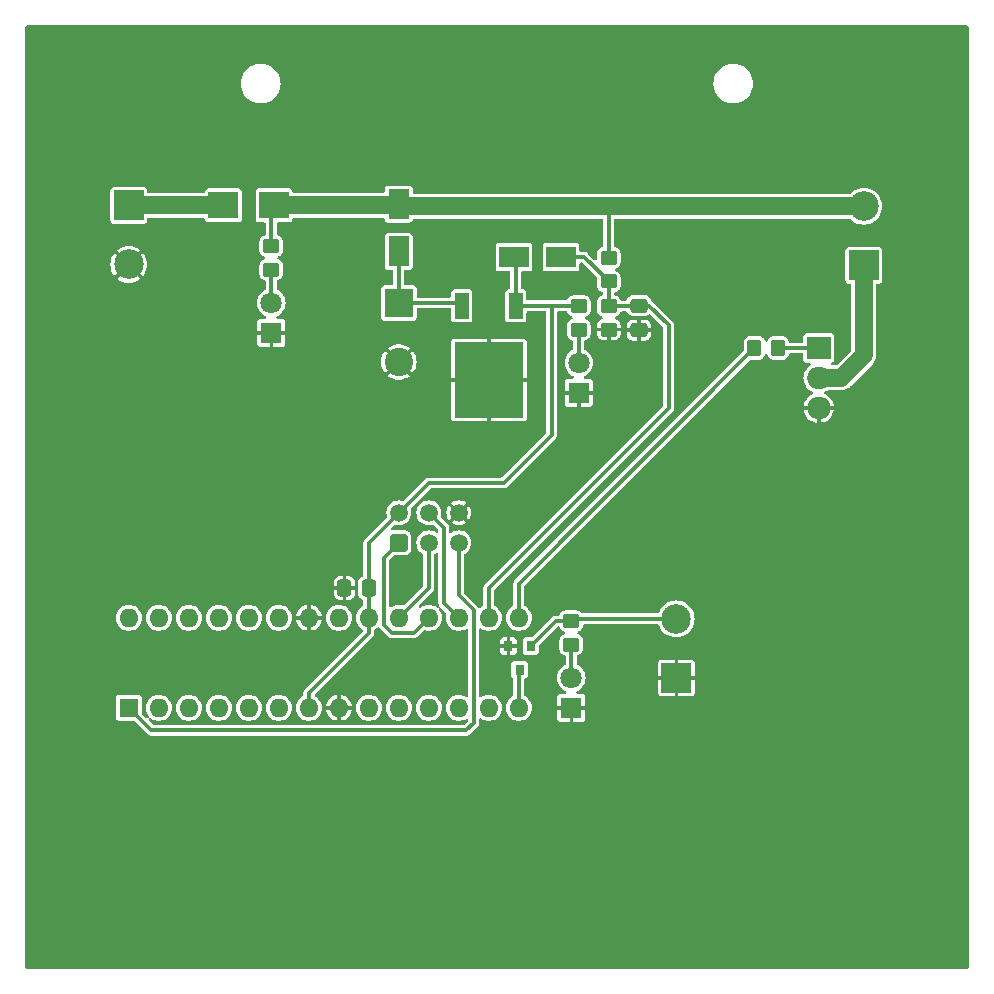
<source format=gbr>
%TF.GenerationSoftware,KiCad,Pcbnew,7.0.5*%
%TF.CreationDate,2024-03-07T15:26:59+01:00*%
%TF.ProjectId,g4_doorbell_module,67345f64-6f6f-4726-9265-6c6c5f6d6f64,rev?*%
%TF.SameCoordinates,Original*%
%TF.FileFunction,Copper,L2,Bot*%
%TF.FilePolarity,Positive*%
%FSLAX46Y46*%
G04 Gerber Fmt 4.6, Leading zero omitted, Abs format (unit mm)*
G04 Created by KiCad (PCBNEW 7.0.5) date 2024-03-07 15:26:59*
%MOMM*%
%LPD*%
G01*
G04 APERTURE LIST*
G04 Aperture macros list*
%AMRoundRect*
0 Rectangle with rounded corners*
0 $1 Rounding radius*
0 $2 $3 $4 $5 $6 $7 $8 $9 X,Y pos of 4 corners*
0 Add a 4 corners polygon primitive as box body*
4,1,4,$2,$3,$4,$5,$6,$7,$8,$9,$2,$3,0*
0 Add four circle primitives for the rounded corners*
1,1,$1+$1,$2,$3*
1,1,$1+$1,$4,$5*
1,1,$1+$1,$6,$7*
1,1,$1+$1,$8,$9*
0 Add four rect primitives between the rounded corners*
20,1,$1+$1,$2,$3,$4,$5,0*
20,1,$1+$1,$4,$5,$6,$7,0*
20,1,$1+$1,$6,$7,$8,$9,0*
20,1,$1+$1,$8,$9,$2,$3,0*%
G04 Aperture macros list end*
%TA.AperFunction,ComponentPad*%
%ADD10R,2.400000X2.400000*%
%TD*%
%TA.AperFunction,ComponentPad*%
%ADD11C,2.400000*%
%TD*%
%TA.AperFunction,ComponentPad*%
%ADD12R,1.800000X1.800000*%
%TD*%
%TA.AperFunction,ComponentPad*%
%ADD13C,1.800000*%
%TD*%
%TA.AperFunction,ComponentPad*%
%ADD14R,2.500000X2.500000*%
%TD*%
%TA.AperFunction,ComponentPad*%
%ADD15C,2.500000*%
%TD*%
%TA.AperFunction,ComponentPad*%
%ADD16RoundRect,0.220500X0.529500X-0.529500X0.529500X0.529500X-0.529500X0.529500X-0.529500X-0.529500X0*%
%TD*%
%TA.AperFunction,ComponentPad*%
%ADD17C,1.500000*%
%TD*%
%TA.AperFunction,ComponentPad*%
%ADD18R,2.000000X1.905000*%
%TD*%
%TA.AperFunction,ComponentPad*%
%ADD19O,2.000000X1.905000*%
%TD*%
%TA.AperFunction,ComponentPad*%
%ADD20R,1.600000X1.600000*%
%TD*%
%TA.AperFunction,ComponentPad*%
%ADD21O,1.600000X1.600000*%
%TD*%
%TA.AperFunction,SMDPad,CuDef*%
%ADD22RoundRect,0.250000X0.337500X0.475000X-0.337500X0.475000X-0.337500X-0.475000X0.337500X-0.475000X0*%
%TD*%
%TA.AperFunction,SMDPad,CuDef*%
%ADD23RoundRect,0.250000X-0.475000X0.337500X-0.475000X-0.337500X0.475000X-0.337500X0.475000X0.337500X0*%
%TD*%
%TA.AperFunction,SMDPad,CuDef*%
%ADD24RoundRect,0.249999X-0.450001X0.350001X-0.450001X-0.350001X0.450001X-0.350001X0.450001X0.350001X0*%
%TD*%
%TA.AperFunction,SMDPad,CuDef*%
%ADD25RoundRect,0.249999X-0.350001X-0.450001X0.350001X-0.450001X0.350001X0.450001X-0.350001X0.450001X0*%
%TD*%
%TA.AperFunction,SMDPad,CuDef*%
%ADD26R,1.200000X2.200000*%
%TD*%
%TA.AperFunction,SMDPad,CuDef*%
%ADD27R,5.800000X6.400000*%
%TD*%
%TA.AperFunction,SMDPad,CuDef*%
%ADD28R,1.800000X2.500000*%
%TD*%
%TA.AperFunction,SMDPad,CuDef*%
%ADD29R,2.500000X2.300000*%
%TD*%
%TA.AperFunction,SMDPad,CuDef*%
%ADD30R,0.800000X0.900000*%
%TD*%
%TA.AperFunction,SMDPad,CuDef*%
%ADD31R,2.500000X1.800000*%
%TD*%
%TA.AperFunction,Conductor*%
%ADD32C,0.300000*%
%TD*%
%TA.AperFunction,Conductor*%
%ADD33C,1.500000*%
%TD*%
G04 APERTURE END LIST*
D10*
%TO.P,C2,1*%
%TO.N,Net-(D2-K)*%
X31685000Y-23560000D03*
D11*
%TO.P,C2,2*%
%TO.N,GND*%
X31685000Y-28560000D03*
%TD*%
D12*
%TO.P,D3,1,K*%
%TO.N,GND*%
X46925000Y-31180000D03*
D13*
%TO.P,D3,2,A*%
%TO.N,Net-(D3-A)*%
X46925000Y-28640000D03*
%TD*%
D12*
%TO.P,D4,1,K*%
%TO.N,GND*%
X46290000Y-57850000D03*
D13*
%TO.P,D4,2,A*%
%TO.N,Net-(D4-A)*%
X46290000Y-55310000D03*
%TD*%
D12*
%TO.P,D5,1,K*%
%TO.N,GND*%
X20890000Y-26100000D03*
D13*
%TO.P,D5,2,A*%
%TO.N,Net-(D5-A)*%
X20890000Y-23560000D03*
%TD*%
D14*
%TO.P,J1,1,Pin_1*%
%TO.N,Net-(D1-A)*%
X8825000Y-15305000D03*
D15*
%TO.P,J1,2,Pin_2*%
%TO.N,GND*%
X8825000Y-20305000D03*
%TD*%
D14*
%TO.P,J2,1,Pin_1*%
%TO.N,GND*%
X55180000Y-55310000D03*
D15*
%TO.P,J2,2,Pin_2*%
%TO.N,Net-(J2-Pin_2)*%
X55180000Y-50310000D03*
%TD*%
D16*
%TO.P,J3,1,MISO*%
%TO.N,/MISO*%
X31685000Y-43880000D03*
D17*
%TO.P,J3,2,VCC*%
%TO.N,+5V*%
X31685000Y-41340000D03*
%TO.P,J3,3,SCK*%
%TO.N,/SCK*%
X34225000Y-43880000D03*
%TO.P,J3,4,MOSI*%
%TO.N,/MOSI*%
X34225000Y-41340000D03*
%TO.P,J3,5,~{RST}*%
%TO.N,/RST*%
X36765000Y-43880000D03*
%TO.P,J3,6,GND*%
%TO.N,GND*%
X36765000Y-41340000D03*
%TD*%
D14*
%TO.P,J4,1,Pin_1*%
%TO.N,Net-(J4-Pin_1)*%
X71055000Y-20385000D03*
D15*
%TO.P,J4,2,Pin_2*%
%TO.N,Net-(D1-K)*%
X71055000Y-15385000D03*
%TD*%
D18*
%TO.P,Q1,1,G*%
%TO.N,Net-(Q1-G)*%
X67245000Y-27370000D03*
D19*
%TO.P,Q1,2,D*%
%TO.N,Net-(J4-Pin_1)*%
X67245000Y-29910000D03*
%TO.P,Q1,3,S*%
%TO.N,GND*%
X67245000Y-32450000D03*
%TD*%
D20*
%TO.P,U1,1,PC6/~{RESET}*%
%TO.N,/RST*%
X8825000Y-57850000D03*
D21*
%TO.P,U1,2,PD0*%
%TO.N,unconnected-(U1-PD0-Pad2)*%
X11365000Y-57850000D03*
%TO.P,U1,3,PD1*%
%TO.N,unconnected-(U1-PD1-Pad3)*%
X13905000Y-57850000D03*
%TO.P,U1,4,PD2*%
%TO.N,unconnected-(U1-PD2-Pad4)*%
X16445000Y-57850000D03*
%TO.P,U1,5,PD3*%
%TO.N,unconnected-(U1-PD3-Pad5)*%
X18985000Y-57850000D03*
%TO.P,U1,6,PD4*%
%TO.N,unconnected-(U1-PD4-Pad6)*%
X21525000Y-57850000D03*
%TO.P,U1,7,VCC*%
%TO.N,+5V*%
X24065000Y-57850000D03*
%TO.P,U1,8,GND*%
%TO.N,GND*%
X26605000Y-57850000D03*
%TO.P,U1,9,PB6/XTAL1*%
%TO.N,unconnected-(U1-PB6{slash}XTAL1-Pad9)*%
X29145000Y-57850000D03*
%TO.P,U1,10,PB7/XTAL2*%
%TO.N,unconnected-(U1-PB7{slash}XTAL2-Pad10)*%
X31685000Y-57850000D03*
%TO.P,U1,11,PD5*%
%TO.N,unconnected-(U1-PD5-Pad11)*%
X34225000Y-57850000D03*
%TO.P,U1,12,PD6*%
%TO.N,unconnected-(U1-PD6-Pad12)*%
X36765000Y-57850000D03*
%TO.P,U1,13,PD7*%
%TO.N,unconnected-(U1-PD7-Pad13)*%
X39305000Y-57850000D03*
%TO.P,U1,14,PB0*%
%TO.N,Net-(U1-PB0)*%
X41845000Y-57850000D03*
%TO.P,U1,15,PB1*%
%TO.N,/g4_power*%
X41845000Y-50230000D03*
%TO.P,U1,16,PB2*%
%TO.N,/sens*%
X39305000Y-50230000D03*
%TO.P,U1,17,PB3*%
%TO.N,/MOSI*%
X36765000Y-50230000D03*
%TO.P,U1,18,PB4*%
%TO.N,/MISO*%
X34225000Y-50230000D03*
%TO.P,U1,19,PB5*%
%TO.N,/SCK*%
X31685000Y-50230000D03*
%TO.P,U1,20,AVCC*%
%TO.N,+5V*%
X29145000Y-50230000D03*
%TO.P,U1,21,AREF*%
%TO.N,unconnected-(U1-AREF-Pad21)*%
X26605000Y-50230000D03*
%TO.P,U1,22,AGND*%
%TO.N,GND*%
X24065000Y-50230000D03*
%TO.P,U1,23,PC0*%
%TO.N,unconnected-(U1-PC0-Pad23)*%
X21525000Y-50230000D03*
%TO.P,U1,24,PC1*%
%TO.N,unconnected-(U1-PC1-Pad24)*%
X18985000Y-50230000D03*
%TO.P,U1,25,PC2*%
%TO.N,unconnected-(U1-PC2-Pad25)*%
X16445000Y-50230000D03*
%TO.P,U1,26,PC3*%
%TO.N,unconnected-(U1-PC3-Pad26)*%
X13905000Y-50230000D03*
%TO.P,U1,27,PC4*%
%TO.N,unconnected-(U1-PC4-Pad27)*%
X11365000Y-50230000D03*
%TO.P,U1,28,PC5*%
%TO.N,unconnected-(U1-PC5-Pad28)*%
X8825000Y-50230000D03*
%TD*%
D22*
%TO.P,C1,1*%
%TO.N,+5V*%
X29145000Y-47690000D03*
%TO.P,C1,2*%
%TO.N,GND*%
X27070000Y-47690000D03*
%TD*%
D23*
%TO.P,C3,1*%
%TO.N,/sens*%
X52005000Y-23792500D03*
%TO.P,C3,2*%
%TO.N,GND*%
X52005000Y-25867500D03*
%TD*%
D24*
%TO.P,R1,1*%
%TO.N,+5V*%
X46925000Y-23830000D03*
%TO.P,R1,2*%
%TO.N,Net-(D3-A)*%
X46925000Y-25830000D03*
%TD*%
%TO.P,R2,1*%
%TO.N,Net-(J2-Pin_2)*%
X46290000Y-50500000D03*
%TO.P,R2,2*%
%TO.N,Net-(D4-A)*%
X46290000Y-52500000D03*
%TD*%
%TO.P,R3,1*%
%TO.N,Net-(D1-K)*%
X49465000Y-19745001D03*
%TO.P,R3,2*%
%TO.N,/sens*%
X49465000Y-21745001D03*
%TD*%
%TO.P,R4,1*%
%TO.N,/sens*%
X49465000Y-23830000D03*
%TO.P,R4,2*%
%TO.N,GND*%
X49465000Y-25830000D03*
%TD*%
%TO.P,R5,1*%
%TO.N,Net-(D1-K)*%
X20890000Y-18750000D03*
%TO.P,R5,2*%
%TO.N,Net-(D5-A)*%
X20890000Y-20750000D03*
%TD*%
D25*
%TO.P,R6,1*%
%TO.N,/g4_power*%
X61800000Y-27370000D03*
%TO.P,R6,2*%
%TO.N,Net-(Q1-G)*%
X63800000Y-27370000D03*
%TD*%
D26*
%TO.P,U2,1,VI*%
%TO.N,Net-(D2-K)*%
X37025000Y-23805000D03*
D27*
%TO.P,U2,2,GND*%
%TO.N,GND*%
X39305000Y-30105000D03*
D26*
%TO.P,U2,3,VO*%
%TO.N,+5V*%
X41585000Y-23805000D03*
%TD*%
D28*
%TO.P,D2,1,K*%
%TO.N,Net-(D2-K)*%
X31685000Y-19210000D03*
%TO.P,D2,2,A*%
%TO.N,Net-(D1-K)*%
X31685000Y-15210000D03*
%TD*%
D29*
%TO.P,D1,1,K*%
%TO.N,Net-(D1-K)*%
X21135000Y-15305000D03*
%TO.P,D1,2,A*%
%TO.N,Net-(D1-A)*%
X16835000Y-15305000D03*
%TD*%
D30*
%TO.P,U3,1,GND*%
%TO.N,GND*%
X40960000Y-52610000D03*
%TO.P,U3,2,VO*%
%TO.N,Net-(J2-Pin_2)*%
X42860000Y-52610000D03*
%TO.P,U3,3,VI*%
%TO.N,Net-(U1-PB0)*%
X41910000Y-54610000D03*
%TD*%
D31*
%TO.P,D6,1,K*%
%TO.N,+5V*%
X41434000Y-19685000D03*
%TO.P,D6,2,A*%
%TO.N,/sens*%
X45434000Y-19685000D03*
%TD*%
D32*
%TO.N,Net-(D2-K)*%
X31685000Y-19210000D02*
X31685000Y-23560000D01*
X31685000Y-23560000D02*
X36780000Y-23560000D01*
X36780000Y-23560000D02*
X37025000Y-23805000D01*
%TO.N,/sens*%
X54545000Y-25465000D02*
X54545000Y-32450000D01*
X49465000Y-21745001D02*
X49465000Y-23830000D01*
X39305000Y-47690000D02*
X39305000Y-50230000D01*
X54545000Y-32450000D02*
X39305000Y-47690000D01*
X47404999Y-19685000D02*
X49465000Y-21745001D01*
X45434000Y-19685000D02*
X47404999Y-19685000D01*
X49465000Y-23830000D02*
X51967500Y-23830000D01*
X49465000Y-21745001D02*
X49050001Y-21745001D01*
X51967500Y-23830000D02*
X52005000Y-23792500D01*
X52872500Y-23792500D02*
X54545000Y-25465000D01*
X52005000Y-23792500D02*
X52872500Y-23792500D01*
%TO.N,Net-(D1-K)*%
X49465000Y-15465000D02*
X49545000Y-15385000D01*
D33*
X31389998Y-15305000D02*
X21135000Y-15305000D01*
D32*
X20890000Y-18750000D02*
X20890000Y-15550000D01*
D33*
X71055000Y-15385000D02*
X49545000Y-15385000D01*
D32*
X20890000Y-15550000D02*
X21135000Y-15305000D01*
D33*
X31469998Y-15385000D02*
X31389998Y-15305000D01*
D32*
X49465000Y-19745001D02*
X49465000Y-15465000D01*
D33*
X49545000Y-15385000D02*
X31469998Y-15385000D01*
%TO.N,Net-(D1-A)*%
X8825000Y-15305000D02*
X16835000Y-15305000D01*
D32*
%TO.N,Net-(D3-A)*%
X46925000Y-25830000D02*
X46925000Y-28640000D01*
%TO.N,Net-(D4-A)*%
X46290000Y-52500000D02*
X46290000Y-55310000D01*
%TO.N,Net-(D5-A)*%
X20890000Y-20750000D02*
X20890000Y-23560000D01*
%TO.N,/MISO*%
X30434999Y-45130001D02*
X31685000Y-43880000D01*
X30434999Y-50830001D02*
X30434999Y-45130001D01*
X32974999Y-51480001D02*
X34225000Y-50230000D01*
X30434999Y-50830001D02*
X31084999Y-51480001D01*
X31084999Y-51480001D02*
X32974999Y-51480001D01*
%TO.N,/SCK*%
X34225000Y-47690000D02*
X31685000Y-50230000D01*
X34225000Y-43880000D02*
X34225000Y-47690000D01*
%TO.N,/RST*%
X38035000Y-49595000D02*
X38035000Y-59120000D01*
X36765000Y-48325000D02*
X38035000Y-49595000D01*
X36765000Y-43880000D02*
X36765000Y-48325000D01*
X37400000Y-59755000D02*
X10730000Y-59755000D01*
X38035000Y-59120000D02*
X37400000Y-59755000D01*
X10730000Y-59755000D02*
X8825000Y-57850000D01*
%TO.N,/MOSI*%
X35495000Y-42610000D02*
X35495000Y-48960000D01*
X35495000Y-48960000D02*
X36765000Y-50230000D01*
X34225000Y-41340000D02*
X35495000Y-42610000D01*
%TO.N,Net-(J2-Pin_2)*%
X46290000Y-50500000D02*
X44970000Y-50500000D01*
X55180000Y-50310000D02*
X46480000Y-50310000D01*
X44970000Y-50500000D02*
X42860000Y-52610000D01*
X46480000Y-50310000D02*
X46290000Y-50500000D01*
%TO.N,/g4_power*%
X41845000Y-47325000D02*
X61800000Y-27370000D01*
X41845000Y-50230000D02*
X41845000Y-47325000D01*
D33*
%TO.N,Net-(J4-Pin_1)*%
X69150000Y-29910000D02*
X71055000Y-28005000D01*
X67245000Y-29910000D02*
X69150000Y-29910000D01*
X71055000Y-28005000D02*
X71055000Y-20385000D01*
D32*
%TO.N,Net-(Q1-G)*%
X63800000Y-27370000D02*
X67245000Y-27370000D01*
%TO.N,Net-(U1-PB0)*%
X41845000Y-54675000D02*
X41910000Y-54610000D01*
X41845000Y-57850000D02*
X41845000Y-54675000D01*
%TO.N,+5V*%
X44630000Y-34745000D02*
X40575000Y-38800000D01*
X29145000Y-50230000D02*
X29145000Y-47690000D01*
X41585000Y-23805000D02*
X44630000Y-23805000D01*
X31685000Y-41340000D02*
X29145000Y-43880000D01*
X29145000Y-51500000D02*
X24065000Y-56580000D01*
X41585000Y-19836000D02*
X41434000Y-19685000D01*
X44630000Y-23805000D02*
X46900000Y-23805000D01*
X29145000Y-50230000D02*
X29145000Y-51500000D01*
X44630000Y-23805000D02*
X44630000Y-34745000D01*
X40575000Y-38800000D02*
X34225000Y-38800000D01*
X34225000Y-38800000D02*
X31685000Y-41340000D01*
X46900000Y-23805000D02*
X46925000Y-23830000D01*
X29145000Y-43880000D02*
X29145000Y-47690000D01*
X24065000Y-56580000D02*
X24065000Y-57850000D01*
X41585000Y-23805000D02*
X41585000Y-19836000D01*
%TD*%
%TA.AperFunction,Conductor*%
%TO.N,GND*%
G36*
X79866621Y-95502D02*
G01*
X79913114Y-149158D01*
X79924500Y-201500D01*
X79924500Y-79798500D01*
X79904498Y-79866621D01*
X79850842Y-79913114D01*
X79798500Y-79924500D01*
X201500Y-79924500D01*
X133379Y-79904498D01*
X86886Y-79850842D01*
X75500Y-79798500D01*
X75500Y-58694859D01*
X7724500Y-58694859D01*
X7724501Y-58694866D01*
X7727414Y-58719990D01*
X7727416Y-58719994D01*
X7772793Y-58822765D01*
X7852232Y-58902204D01*
X7852234Y-58902205D01*
X7852235Y-58902206D01*
X7955009Y-58947585D01*
X7980135Y-58950500D01*
X9236205Y-58950499D01*
X9304326Y-58970501D01*
X9325300Y-58987404D01*
X10391056Y-60053159D01*
X10395758Y-60058421D01*
X10420119Y-60088968D01*
X10420121Y-60088970D01*
X10468317Y-60121829D01*
X10470184Y-60123154D01*
X10517087Y-60157770D01*
X10517121Y-60157795D01*
X10524660Y-60161779D01*
X10532324Y-60165470D01*
X10532327Y-60165472D01*
X10568231Y-60176546D01*
X10588054Y-60182661D01*
X10590293Y-60183398D01*
X10626631Y-60196113D01*
X10645301Y-60202646D01*
X10645307Y-60202646D01*
X10653682Y-60204231D01*
X10662096Y-60205499D01*
X10662098Y-60205500D01*
X10720376Y-60205500D01*
X10722733Y-60205544D01*
X10725917Y-60205663D01*
X10781010Y-60207725D01*
X10781014Y-60207723D01*
X10790395Y-60206668D01*
X10790492Y-60207529D01*
X10805903Y-60205500D01*
X37371157Y-60205500D01*
X37378211Y-60205895D01*
X37417035Y-60210270D01*
X37474354Y-60199423D01*
X37476620Y-60199038D01*
X37534287Y-60190348D01*
X37534295Y-60190343D01*
X37542472Y-60187821D01*
X37550470Y-60185023D01*
X37550472Y-60185023D01*
X37587465Y-60165471D01*
X37602036Y-60157770D01*
X37604110Y-60156721D01*
X37656642Y-60131425D01*
X37656643Y-60131423D01*
X37663685Y-60126622D01*
X37670528Y-60121571D01*
X37670538Y-60121566D01*
X37711795Y-60080307D01*
X37713421Y-60078741D01*
X37756194Y-60039055D01*
X37756197Y-60039049D01*
X37762081Y-60031672D01*
X37762761Y-60032214D01*
X37772217Y-60019885D01*
X38333166Y-59458935D01*
X38338418Y-59454241D01*
X38368970Y-59429879D01*
X38401849Y-59381652D01*
X38403140Y-59379832D01*
X38437793Y-59332882D01*
X38437793Y-59332879D01*
X38437795Y-59332878D01*
X38441781Y-59325336D01*
X38445472Y-59317672D01*
X38455704Y-59284498D01*
X38462675Y-59261897D01*
X38463395Y-59259712D01*
X38482646Y-59204699D01*
X38482646Y-59204693D01*
X38484229Y-59196330D01*
X38485500Y-59187901D01*
X38485500Y-59129623D01*
X38485544Y-59127266D01*
X38485591Y-59125999D01*
X38487725Y-59068990D01*
X38487723Y-59068985D01*
X38486668Y-59059605D01*
X38487527Y-59059508D01*
X38485500Y-59044096D01*
X38485500Y-58863176D01*
X38505502Y-58795055D01*
X38559158Y-58748562D01*
X38629432Y-58738458D01*
X38677829Y-58756048D01*
X38812363Y-58839348D01*
X39002544Y-58913024D01*
X39203024Y-58950500D01*
X39203026Y-58950500D01*
X39406974Y-58950500D01*
X39406976Y-58950500D01*
X39607456Y-58913024D01*
X39797637Y-58839348D01*
X39971041Y-58731981D01*
X40121764Y-58594579D01*
X40244673Y-58431821D01*
X40335582Y-58249250D01*
X40391397Y-58053083D01*
X40410215Y-57850000D01*
X40739785Y-57850000D01*
X40758603Y-58053084D01*
X40814416Y-58249245D01*
X40814417Y-58249247D01*
X40814418Y-58249250D01*
X40905327Y-58431821D01*
X40905328Y-58431822D01*
X40905329Y-58431824D01*
X41028234Y-58594578D01*
X41178959Y-58731981D01*
X41178960Y-58731982D01*
X41352351Y-58839341D01*
X41352354Y-58839342D01*
X41352363Y-58839348D01*
X41542544Y-58913024D01*
X41743024Y-58950500D01*
X41743026Y-58950500D01*
X41946974Y-58950500D01*
X41946976Y-58950500D01*
X42147456Y-58913024D01*
X42337637Y-58839348D01*
X42511041Y-58731981D01*
X42661764Y-58594579D01*
X42784673Y-58431821D01*
X42875582Y-58249250D01*
X42931397Y-58053083D01*
X42950215Y-57850000D01*
X42931397Y-57646917D01*
X42875582Y-57450750D01*
X42784673Y-57268179D01*
X42784670Y-57268175D01*
X42661765Y-57105421D01*
X42511040Y-56968018D01*
X42511039Y-56968017D01*
X42355170Y-56871507D01*
X42307782Y-56818640D01*
X42295500Y-56764380D01*
X42295500Y-55476872D01*
X42315502Y-55408751D01*
X42369158Y-55362258D01*
X42371343Y-55361467D01*
X42371320Y-55361414D01*
X42482765Y-55312206D01*
X42562204Y-55232767D01*
X42562206Y-55232765D01*
X42607585Y-55129991D01*
X42610500Y-55104865D01*
X42610499Y-54115136D01*
X42607585Y-54090009D01*
X42574554Y-54015201D01*
X42562206Y-53987234D01*
X42482767Y-53907795D01*
X42482765Y-53907794D01*
X42379989Y-53862414D01*
X42379990Y-53862414D01*
X42354868Y-53859500D01*
X41465140Y-53859500D01*
X41465133Y-53859501D01*
X41440009Y-53862414D01*
X41440005Y-53862416D01*
X41337234Y-53907793D01*
X41257795Y-53987232D01*
X41257794Y-53987234D01*
X41212414Y-54090009D01*
X41209500Y-54115129D01*
X41209500Y-55104859D01*
X41209501Y-55104866D01*
X41212414Y-55129990D01*
X41212416Y-55129994D01*
X41257793Y-55232765D01*
X41337232Y-55312204D01*
X41339705Y-55313898D01*
X41343167Y-55318139D01*
X41345491Y-55320463D01*
X41345256Y-55320697D01*
X41384602Y-55368896D01*
X41394500Y-55417849D01*
X41394500Y-56764380D01*
X41374498Y-56832501D01*
X41334830Y-56871507D01*
X41178960Y-56968017D01*
X41178959Y-56968018D01*
X41028234Y-57105421D01*
X40905329Y-57268175D01*
X40814416Y-57450754D01*
X40758603Y-57646915D01*
X40739785Y-57850000D01*
X40410215Y-57850000D01*
X40391397Y-57646917D01*
X40335582Y-57450750D01*
X40244673Y-57268179D01*
X40244670Y-57268175D01*
X40121765Y-57105421D01*
X39971040Y-56968018D01*
X39971039Y-56968017D01*
X39797648Y-56860658D01*
X39797641Y-56860654D01*
X39797637Y-56860652D01*
X39671501Y-56811787D01*
X39607457Y-56786976D01*
X39540629Y-56774484D01*
X39406976Y-56749500D01*
X39203024Y-56749500D01*
X39123423Y-56764380D01*
X39002542Y-56786976D01*
X38873873Y-56836823D01*
X38812363Y-56860652D01*
X38812362Y-56860652D01*
X38812361Y-56860653D01*
X38812359Y-56860654D01*
X38677830Y-56943951D01*
X38609383Y-56962805D01*
X38541608Y-56941661D01*
X38496023Y-56887232D01*
X38485500Y-56836823D01*
X38485500Y-52760000D01*
X40260001Y-52760000D01*
X40260001Y-53104794D01*
X40262909Y-53129873D01*
X40262911Y-53129878D01*
X40308212Y-53232477D01*
X40387520Y-53311785D01*
X40387522Y-53311786D01*
X40490126Y-53357090D01*
X40490125Y-53357090D01*
X40515203Y-53359999D01*
X40810000Y-53359999D01*
X40810000Y-52760000D01*
X41110000Y-52760000D01*
X41110000Y-53359999D01*
X41404789Y-53359999D01*
X41404794Y-53359998D01*
X41429873Y-53357090D01*
X41429878Y-53357088D01*
X41532477Y-53311787D01*
X41611785Y-53232479D01*
X41611786Y-53232477D01*
X41657090Y-53129873D01*
X41659992Y-53104859D01*
X42159500Y-53104859D01*
X42159501Y-53104866D01*
X42162414Y-53129990D01*
X42162416Y-53129994D01*
X42207793Y-53232765D01*
X42287232Y-53312204D01*
X42287234Y-53312205D01*
X42287235Y-53312206D01*
X42390009Y-53357585D01*
X42415135Y-53360500D01*
X43304864Y-53360499D01*
X43329991Y-53357585D01*
X43432765Y-53312206D01*
X43512206Y-53232765D01*
X43557585Y-53129991D01*
X43560500Y-53104865D01*
X43560499Y-52598792D01*
X43580501Y-52530672D01*
X43597399Y-52509703D01*
X45114912Y-50992190D01*
X45177222Y-50958166D01*
X45248037Y-50963231D01*
X45304873Y-51005778D01*
X45321220Y-51035063D01*
X45355638Y-51122341D01*
X45355640Y-51122344D01*
X45447076Y-51242923D01*
X45520715Y-51298764D01*
X45567657Y-51334361D01*
X45688909Y-51382177D01*
X45690451Y-51382785D01*
X45746484Y-51426384D01*
X45770051Y-51493355D01*
X45753669Y-51562435D01*
X45702540Y-51611694D01*
X45690450Y-51617215D01*
X45567657Y-51665639D01*
X45567656Y-51665640D01*
X45567655Y-51665640D01*
X45447076Y-51757076D01*
X45355640Y-51877655D01*
X45355638Y-51877658D01*
X45300122Y-52018434D01*
X45289500Y-52106893D01*
X45289500Y-52893097D01*
X45289501Y-52893109D01*
X45300122Y-52981564D01*
X45355638Y-53122341D01*
X45355640Y-53122344D01*
X45447076Y-53242923D01*
X45520715Y-53298764D01*
X45567657Y-53334361D01*
X45633938Y-53360499D01*
X45708434Y-53389877D01*
X45728521Y-53392289D01*
X45793771Y-53420269D01*
X45833536Y-53479084D01*
X45839500Y-53517390D01*
X45839500Y-54110775D01*
X45819498Y-54178896D01*
X45765842Y-54225389D01*
X45759019Y-54228266D01*
X45752598Y-54230753D01*
X45752589Y-54230757D01*
X45563439Y-54347874D01*
X45563438Y-54347875D01*
X45399017Y-54497764D01*
X45264942Y-54675310D01*
X45264938Y-54675315D01*
X45165774Y-54874462D01*
X45165768Y-54874479D01*
X45104885Y-55088460D01*
X45084357Y-55310000D01*
X45104885Y-55531539D01*
X45165768Y-55745520D01*
X45165774Y-55745537D01*
X45264938Y-55944684D01*
X45264942Y-55944689D01*
X45399017Y-56122235D01*
X45563438Y-56272124D01*
X45563439Y-56272125D01*
X45752587Y-56389240D01*
X45752590Y-56389241D01*
X45752599Y-56389247D01*
X45797159Y-56406509D01*
X45853452Y-56449768D01*
X45877423Y-56516595D01*
X45861459Y-56585774D01*
X45810629Y-56635339D01*
X45751641Y-56650000D01*
X45345211Y-56650000D01*
X45345205Y-56650001D01*
X45320126Y-56652909D01*
X45320121Y-56652911D01*
X45217522Y-56698212D01*
X45138214Y-56777520D01*
X45138213Y-56777522D01*
X45092909Y-56880126D01*
X45090000Y-56905201D01*
X45090000Y-57700000D01*
X45862664Y-57700000D01*
X45836190Y-57815992D01*
X45846327Y-57951265D01*
X45865454Y-58000000D01*
X45090001Y-58000000D01*
X45090001Y-58794794D01*
X45092909Y-58819873D01*
X45092911Y-58819878D01*
X45138212Y-58922477D01*
X45217520Y-59001785D01*
X45217522Y-59001786D01*
X45320126Y-59047090D01*
X45320125Y-59047090D01*
X45345203Y-59049999D01*
X46140000Y-59049999D01*
X46140000Y-58274653D01*
X46222173Y-58300000D01*
X46323724Y-58300000D01*
X46424138Y-58284865D01*
X46440000Y-58277226D01*
X46440000Y-59049999D01*
X47234789Y-59049999D01*
X47234794Y-59049998D01*
X47259873Y-59047090D01*
X47259878Y-59047088D01*
X47362477Y-59001787D01*
X47441785Y-58922479D01*
X47441786Y-58922477D01*
X47487090Y-58819873D01*
X47489999Y-58794798D01*
X47490000Y-58794795D01*
X47490000Y-58000000D01*
X46717336Y-58000000D01*
X46743810Y-57884008D01*
X46733673Y-57748735D01*
X46714546Y-57700000D01*
X47489999Y-57700000D01*
X47489999Y-56905210D01*
X47489998Y-56905205D01*
X47487090Y-56880126D01*
X47487088Y-56880121D01*
X47441787Y-56777522D01*
X47362479Y-56698214D01*
X47362477Y-56698213D01*
X47259873Y-56652909D01*
X47259874Y-56652909D01*
X47234798Y-56650000D01*
X46828359Y-56650000D01*
X46760238Y-56629998D01*
X46713745Y-56576342D01*
X46703641Y-56506068D01*
X46733135Y-56441488D01*
X46782840Y-56406510D01*
X46827401Y-56389247D01*
X47016562Y-56272124D01*
X47180981Y-56122236D01*
X47315058Y-55944689D01*
X47315059Y-55944685D01*
X47315061Y-55944684D01*
X47414225Y-55745537D01*
X47414226Y-55745533D01*
X47414229Y-55745528D01*
X47475115Y-55531536D01*
X47495643Y-55310000D01*
X47481744Y-55160000D01*
X53630000Y-55160000D01*
X54546893Y-55160000D01*
X54526127Y-55268862D01*
X54536439Y-55432766D01*
X54545288Y-55460000D01*
X53630001Y-55460000D01*
X53630001Y-56604794D01*
X53632909Y-56629873D01*
X53632911Y-56629878D01*
X53678212Y-56732477D01*
X53757520Y-56811785D01*
X53757522Y-56811786D01*
X53860126Y-56857090D01*
X53860125Y-56857090D01*
X53885203Y-56859999D01*
X55030000Y-56859999D01*
X55030000Y-55942569D01*
X55097886Y-55960000D01*
X55220894Y-55960000D01*
X55329999Y-55946216D01*
X55330000Y-56859999D01*
X56474789Y-56859999D01*
X56474794Y-56859998D01*
X56499873Y-56857090D01*
X56499878Y-56857088D01*
X56602477Y-56811787D01*
X56681785Y-56732479D01*
X56681786Y-56732477D01*
X56727090Y-56629873D01*
X56729999Y-56604798D01*
X56730000Y-56604795D01*
X56730000Y-55460000D01*
X55813107Y-55460000D01*
X55833873Y-55351138D01*
X55823561Y-55187234D01*
X55814712Y-55160000D01*
X56729999Y-55160000D01*
X56729999Y-54015210D01*
X56729998Y-54015205D01*
X56727090Y-53990126D01*
X56727088Y-53990121D01*
X56681787Y-53887522D01*
X56602479Y-53808214D01*
X56602477Y-53808213D01*
X56499873Y-53762909D01*
X56499874Y-53762909D01*
X56474798Y-53760000D01*
X55330000Y-53760000D01*
X55330000Y-54677430D01*
X55262114Y-54660000D01*
X55139106Y-54660000D01*
X55029999Y-54673783D01*
X55029999Y-53760000D01*
X53885211Y-53760000D01*
X53885205Y-53760001D01*
X53860126Y-53762909D01*
X53860121Y-53762911D01*
X53757522Y-53808212D01*
X53678214Y-53887520D01*
X53678213Y-53887522D01*
X53632909Y-53990126D01*
X53630000Y-54015201D01*
X53630000Y-55160000D01*
X47481744Y-55160000D01*
X47475115Y-55088464D01*
X47414229Y-54874472D01*
X47414227Y-54874468D01*
X47414225Y-54874462D01*
X47315061Y-54675315D01*
X47315057Y-54675310D01*
X47180982Y-54497764D01*
X47016561Y-54347875D01*
X47016560Y-54347874D01*
X46827410Y-54230757D01*
X46827401Y-54230753D01*
X46820981Y-54228266D01*
X46764687Y-54185005D01*
X46740718Y-54118177D01*
X46740500Y-54110775D01*
X46740500Y-53517389D01*
X46760502Y-53449268D01*
X46814158Y-53402775D01*
X46851474Y-53392289D01*
X46871565Y-53389877D01*
X47012343Y-53334361D01*
X47132923Y-53242923D01*
X47224361Y-53122343D01*
X47279877Y-52981565D01*
X47290500Y-52893103D01*
X47290499Y-52106898D01*
X47279877Y-52018435D01*
X47224361Y-51877657D01*
X47188764Y-51830715D01*
X47132923Y-51757076D01*
X47012344Y-51665640D01*
X47012343Y-51665639D01*
X46889548Y-51617214D01*
X46833515Y-51573615D01*
X46809948Y-51506644D01*
X46826330Y-51437563D01*
X46877459Y-51388305D01*
X46889533Y-51382791D01*
X47012343Y-51334361D01*
X47132923Y-51242923D01*
X47224361Y-51122343D01*
X47279877Y-50981565D01*
X47290500Y-50893103D01*
X47290500Y-50886500D01*
X47310502Y-50818379D01*
X47364158Y-50771886D01*
X47416500Y-50760500D01*
X53604165Y-50760500D01*
X53672286Y-50780502D01*
X53718779Y-50834158D01*
X53720562Y-50838254D01*
X53794223Y-51016089D01*
X53918779Y-51219346D01*
X53921742Y-51224180D01*
X53921743Y-51224182D01*
X54080240Y-51409759D01*
X54265399Y-51567899D01*
X54265821Y-51568259D01*
X54473911Y-51695777D01*
X54699388Y-51789172D01*
X54936698Y-51846146D01*
X55180000Y-51865294D01*
X55423302Y-51846146D01*
X55660612Y-51789172D01*
X55886089Y-51695777D01*
X56094179Y-51568259D01*
X56279759Y-51409759D01*
X56438259Y-51224179D01*
X56565777Y-51016089D01*
X56659172Y-50790612D01*
X56716146Y-50553302D01*
X56735294Y-50310000D01*
X56716146Y-50066698D01*
X56659172Y-49829388D01*
X56565777Y-49603911D01*
X56438259Y-49395821D01*
X56434941Y-49391936D01*
X56279759Y-49210240D01*
X56094182Y-49051743D01*
X56094180Y-49051742D01*
X56094179Y-49051741D01*
X55886089Y-48924223D01*
X55660612Y-48830828D01*
X55660610Y-48830827D01*
X55660609Y-48830827D01*
X55495989Y-48791305D01*
X55423302Y-48773854D01*
X55423303Y-48773854D01*
X55180000Y-48754706D01*
X54936697Y-48773854D01*
X54699390Y-48830827D01*
X54473912Y-48924222D01*
X54265819Y-49051742D01*
X54265817Y-49051743D01*
X54080240Y-49210240D01*
X53921743Y-49395817D01*
X53921742Y-49395819D01*
X53794222Y-49603912D01*
X53768654Y-49665640D01*
X53720572Y-49781719D01*
X53676026Y-49836999D01*
X53608663Y-49859420D01*
X53604165Y-49859500D01*
X47273175Y-49859500D01*
X47205054Y-49839498D01*
X47172777Y-49809633D01*
X47132923Y-49757076D01*
X47012344Y-49665640D01*
X47012343Y-49665639D01*
X47012341Y-49665638D01*
X46871565Y-49610122D01*
X46871566Y-49610122D01*
X46783103Y-49599500D01*
X45796902Y-49599500D01*
X45796891Y-49599501D01*
X45708435Y-49610122D01*
X45567658Y-49665638D01*
X45567655Y-49665640D01*
X45447076Y-49757076D01*
X45355640Y-49877655D01*
X45355639Y-49877657D01*
X45344280Y-49906462D01*
X45319332Y-49969725D01*
X45275733Y-50025758D01*
X45208762Y-50049325D01*
X45202117Y-50049500D01*
X44998844Y-50049500D01*
X44991787Y-50049104D01*
X44952965Y-50044730D01*
X44952964Y-50044730D01*
X44952963Y-50044730D01*
X44895649Y-50055573D01*
X44893328Y-50055967D01*
X44835708Y-50064652D01*
X44827553Y-50067168D01*
X44819526Y-50069977D01*
X44767959Y-50097230D01*
X44765859Y-50098290D01*
X44713357Y-50123575D01*
X44706325Y-50128368D01*
X44699462Y-50133434D01*
X44658239Y-50174655D01*
X44656544Y-50176288D01*
X44613806Y-50215945D01*
X44607919Y-50223327D01*
X44607244Y-50222789D01*
X44597779Y-50235116D01*
X43010300Y-51822595D01*
X42947988Y-51856621D01*
X42921205Y-51859500D01*
X42415140Y-51859500D01*
X42415133Y-51859501D01*
X42390009Y-51862414D01*
X42390005Y-51862416D01*
X42287234Y-51907793D01*
X42207795Y-51987232D01*
X42207794Y-51987234D01*
X42162414Y-52090009D01*
X42159500Y-52115129D01*
X42159500Y-53104859D01*
X41659992Y-53104859D01*
X41659999Y-53104798D01*
X41660000Y-53104795D01*
X41660000Y-52760000D01*
X41110000Y-52760000D01*
X40810000Y-52760000D01*
X40260001Y-52760000D01*
X38485500Y-52760000D01*
X38485500Y-52460000D01*
X40260000Y-52460000D01*
X40810000Y-52460000D01*
X40810000Y-51860000D01*
X41110000Y-51860000D01*
X41110000Y-52460000D01*
X41659999Y-52460000D01*
X41659999Y-52115211D01*
X41659998Y-52115205D01*
X41657090Y-52090126D01*
X41657088Y-52090121D01*
X41611787Y-51987522D01*
X41532479Y-51908214D01*
X41532477Y-51908213D01*
X41429873Y-51862909D01*
X41429874Y-51862909D01*
X41404798Y-51860000D01*
X41110000Y-51860000D01*
X40810000Y-51860000D01*
X40515211Y-51860000D01*
X40515205Y-51860001D01*
X40490126Y-51862909D01*
X40490121Y-51862911D01*
X40387522Y-51908212D01*
X40308214Y-51987520D01*
X40308213Y-51987522D01*
X40262909Y-52090126D01*
X40260000Y-52115201D01*
X40260000Y-52460000D01*
X38485500Y-52460000D01*
X38485500Y-51243176D01*
X38505502Y-51175055D01*
X38559158Y-51128562D01*
X38629432Y-51118458D01*
X38677829Y-51136048D01*
X38812363Y-51219348D01*
X39002544Y-51293024D01*
X39203024Y-51330500D01*
X39203026Y-51330500D01*
X39406974Y-51330500D01*
X39406976Y-51330500D01*
X39607456Y-51293024D01*
X39797637Y-51219348D01*
X39971041Y-51111981D01*
X40121764Y-50974579D01*
X40129536Y-50964288D01*
X40188981Y-50885569D01*
X40244673Y-50811821D01*
X40335582Y-50629250D01*
X40391397Y-50433083D01*
X40410215Y-50230000D01*
X40410215Y-50229999D01*
X40739785Y-50229999D01*
X40758603Y-50433084D01*
X40814416Y-50629245D01*
X40814417Y-50629247D01*
X40814418Y-50629250D01*
X40905327Y-50811821D01*
X40905328Y-50811822D01*
X40905329Y-50811824D01*
X41028234Y-50974578D01*
X41178959Y-51111981D01*
X41178960Y-51111982D01*
X41352351Y-51219341D01*
X41352354Y-51219342D01*
X41352363Y-51219348D01*
X41542544Y-51293024D01*
X41743024Y-51330500D01*
X41743026Y-51330500D01*
X41946974Y-51330500D01*
X41946976Y-51330500D01*
X42147456Y-51293024D01*
X42337637Y-51219348D01*
X42511041Y-51111981D01*
X42661764Y-50974579D01*
X42669536Y-50964288D01*
X42728981Y-50885569D01*
X42784673Y-50811821D01*
X42875582Y-50629250D01*
X42931397Y-50433083D01*
X42950215Y-50230000D01*
X42931397Y-50026917D01*
X42875582Y-49830750D01*
X42784673Y-49648179D01*
X42784670Y-49648175D01*
X42661765Y-49485421D01*
X42511040Y-49348018D01*
X42511039Y-49348017D01*
X42355170Y-49251507D01*
X42307782Y-49198640D01*
X42295500Y-49144380D01*
X42295500Y-47563792D01*
X42315502Y-47495671D01*
X42332400Y-47474702D01*
X61399698Y-28407403D01*
X61462010Y-28373378D01*
X61488793Y-28370499D01*
X62193098Y-28370499D01*
X62193102Y-28370499D01*
X62281565Y-28359877D01*
X62422343Y-28304361D01*
X62542923Y-28212923D01*
X62634361Y-28092343D01*
X62682784Y-27969549D01*
X62726383Y-27913516D01*
X62793354Y-27889948D01*
X62862435Y-27906330D01*
X62911693Y-27957458D01*
X62917215Y-27969549D01*
X62965638Y-28092341D01*
X62965640Y-28092344D01*
X63057076Y-28212923D01*
X63115745Y-28257412D01*
X63177657Y-28304361D01*
X63248046Y-28332119D01*
X63318434Y-28359877D01*
X63318433Y-28359877D01*
X63337401Y-28362154D01*
X63406897Y-28370500D01*
X64193102Y-28370499D01*
X64281565Y-28359877D01*
X64422343Y-28304361D01*
X64542923Y-28212923D01*
X64634361Y-28092343D01*
X64689877Y-27951565D01*
X64692289Y-27931478D01*
X64720269Y-27866229D01*
X64779084Y-27826464D01*
X64817390Y-27820500D01*
X65818501Y-27820500D01*
X65886622Y-27840502D01*
X65933115Y-27894158D01*
X65944501Y-27946500D01*
X65944501Y-28367366D01*
X65947414Y-28392490D01*
X65947416Y-28392494D01*
X65992793Y-28495265D01*
X66072232Y-28574704D01*
X66072234Y-28574705D01*
X66072235Y-28574706D01*
X66175009Y-28620085D01*
X66200135Y-28623000D01*
X66449386Y-28622999D01*
X66517504Y-28643001D01*
X66563997Y-28696656D01*
X66574102Y-28766930D01*
X66544609Y-28831511D01*
X66523445Y-28850935D01*
X66369769Y-28962587D01*
X66369768Y-28962588D01*
X66213906Y-29125606D01*
X66089655Y-29313838D01*
X66089654Y-29313841D01*
X66001007Y-29521242D01*
X65950821Y-29741124D01*
X65950821Y-29741126D01*
X65940752Y-29965339D01*
X65940702Y-29966443D01*
X65953375Y-30060000D01*
X65970977Y-30189949D01*
X66040673Y-30404449D01*
X66147552Y-30603062D01*
X66147556Y-30603068D01*
X66190094Y-30656410D01*
X66288177Y-30779402D01*
X66458028Y-30927796D01*
X66651646Y-31043477D01*
X66651649Y-31043478D01*
X66701511Y-31062192D01*
X66758259Y-31104855D01*
X66782934Y-31171425D01*
X66767701Y-31240768D01*
X66717396Y-31290868D01*
X66711906Y-31293679D01*
X66552503Y-31370443D01*
X66552496Y-31370447D01*
X66370100Y-31502965D01*
X66370099Y-31502966D01*
X66214297Y-31665922D01*
X66090097Y-31854076D01*
X66090096Y-31854079D01*
X66001486Y-32061392D01*
X65951318Y-32281190D01*
X65951317Y-32281195D01*
X65950473Y-32300000D01*
X66659571Y-32300000D01*
X66639823Y-32450000D01*
X66659571Y-32600000D01*
X65953880Y-32600000D01*
X65971468Y-32729839D01*
X66041133Y-32944249D01*
X66041134Y-32944252D01*
X66147968Y-33142784D01*
X66288541Y-33319056D01*
X66458320Y-33467387D01*
X66651860Y-33583022D01*
X66651861Y-33583023D01*
X66862946Y-33662245D01*
X67084770Y-33702500D01*
X67095000Y-33702500D01*
X67095000Y-33035428D01*
X67205677Y-33050000D01*
X67284323Y-33050000D01*
X67395000Y-33035428D01*
X67395000Y-33698337D01*
X67517048Y-33687353D01*
X67517049Y-33687352D01*
X67734367Y-33627376D01*
X67734381Y-33627371D01*
X67937496Y-33529556D01*
X67937503Y-33529552D01*
X68119899Y-33397034D01*
X68119900Y-33397033D01*
X68275702Y-33234077D01*
X68399902Y-33045923D01*
X68399903Y-33045920D01*
X68488513Y-32838607D01*
X68538681Y-32618809D01*
X68538682Y-32618804D01*
X68539527Y-32600000D01*
X67830429Y-32600000D01*
X67850177Y-32450000D01*
X67830429Y-32300000D01*
X68536120Y-32300000D01*
X68518531Y-32170160D01*
X68448866Y-31955750D01*
X68448865Y-31955747D01*
X68342031Y-31757215D01*
X68201458Y-31580943D01*
X68031679Y-31432612D01*
X67838139Y-31316977D01*
X67838135Y-31316975D01*
X67788511Y-31298350D01*
X67731763Y-31255687D01*
X67707089Y-31189116D01*
X67722323Y-31119773D01*
X67772628Y-31069674D01*
X67778059Y-31066891D01*
X67937761Y-30989984D01*
X67945222Y-30984562D01*
X68012090Y-30960705D01*
X68019282Y-30960500D01*
X69095298Y-30960500D01*
X69101478Y-30960804D01*
X69149998Y-30965583D01*
X69150000Y-30965583D01*
X69150003Y-30965583D01*
X69355927Y-30945301D01*
X69355928Y-30945300D01*
X69355934Y-30945300D01*
X69553955Y-30885232D01*
X69736450Y-30787685D01*
X69797992Y-30737179D01*
X69797993Y-30737177D01*
X69797995Y-30737177D01*
X69896406Y-30656413D01*
X69896405Y-30656413D01*
X69896410Y-30656410D01*
X69927360Y-30618695D01*
X69931485Y-30614144D01*
X71759144Y-28786485D01*
X71763695Y-28782360D01*
X71801410Y-28751410D01*
X71932685Y-28591450D01*
X72030232Y-28408954D01*
X72090300Y-28210934D01*
X72090937Y-28204472D01*
X72105500Y-28056608D01*
X72110583Y-28005001D01*
X72110583Y-28004998D01*
X72105804Y-27956476D01*
X72105500Y-27950297D01*
X72105500Y-22061499D01*
X72125502Y-21993378D01*
X72179158Y-21946885D01*
X72231500Y-21935499D01*
X72349860Y-21935499D01*
X72349864Y-21935499D01*
X72374991Y-21932585D01*
X72477765Y-21887206D01*
X72557206Y-21807765D01*
X72602585Y-21704991D01*
X72605500Y-21679865D01*
X72605499Y-19090136D01*
X72602585Y-19065009D01*
X72586872Y-19029422D01*
X72557206Y-18962234D01*
X72477767Y-18882795D01*
X72477765Y-18882794D01*
X72374989Y-18837414D01*
X72374990Y-18837414D01*
X72349868Y-18834500D01*
X69760140Y-18834500D01*
X69760133Y-18834501D01*
X69735009Y-18837414D01*
X69735005Y-18837416D01*
X69632234Y-18882793D01*
X69552795Y-18962232D01*
X69552794Y-18962234D01*
X69507414Y-19065009D01*
X69504500Y-19090129D01*
X69504500Y-21679859D01*
X69504501Y-21679866D01*
X69507414Y-21704990D01*
X69507416Y-21704994D01*
X69552793Y-21807765D01*
X69632232Y-21887204D01*
X69632234Y-21887205D01*
X69632235Y-21887206D01*
X69735009Y-21932585D01*
X69735008Y-21932585D01*
X69739478Y-21933103D01*
X69760135Y-21935500D01*
X69878500Y-21935499D01*
X69946620Y-21955500D01*
X69993113Y-22009156D01*
X70004500Y-22061499D01*
X70004500Y-27517679D01*
X69984498Y-27585800D01*
X69967595Y-27606774D01*
X68751774Y-28822595D01*
X68689462Y-28856621D01*
X68662679Y-28859500D01*
X68370073Y-28859500D01*
X68301952Y-28839498D01*
X68255459Y-28785842D01*
X68245355Y-28715568D01*
X68274849Y-28650988D01*
X68319179Y-28618236D01*
X68417765Y-28574706D01*
X68497204Y-28495267D01*
X68497206Y-28495265D01*
X68542585Y-28392491D01*
X68545500Y-28367365D01*
X68545499Y-26372636D01*
X68542585Y-26347509D01*
X68497206Y-26244735D01*
X68497206Y-26244734D01*
X68417767Y-26165295D01*
X68417765Y-26165294D01*
X68314989Y-26119914D01*
X68314990Y-26119914D01*
X68289868Y-26117000D01*
X66200140Y-26117000D01*
X66200133Y-26117001D01*
X66175009Y-26119914D01*
X66175005Y-26119916D01*
X66072234Y-26165293D01*
X65992795Y-26244732D01*
X65992794Y-26244734D01*
X65947414Y-26347509D01*
X65944500Y-26372629D01*
X65944500Y-26793500D01*
X65924498Y-26861621D01*
X65870842Y-26908114D01*
X65818500Y-26919500D01*
X64817390Y-26919500D01*
X64749269Y-26899498D01*
X64702776Y-26845842D01*
X64692289Y-26808521D01*
X64689877Y-26788435D01*
X64667927Y-26732775D01*
X64634361Y-26647657D01*
X64577689Y-26572923D01*
X64542923Y-26527076D01*
X64422344Y-26435640D01*
X64422343Y-26435639D01*
X64422341Y-26435638D01*
X64281565Y-26380122D01*
X64281566Y-26380122D01*
X64193103Y-26369500D01*
X63406902Y-26369500D01*
X63406890Y-26369501D01*
X63318435Y-26380122D01*
X63177658Y-26435638D01*
X63177655Y-26435640D01*
X63057076Y-26527076D01*
X62965640Y-26647655D01*
X62965636Y-26647662D01*
X62917213Y-26770451D01*
X62873615Y-26826484D01*
X62806644Y-26850051D01*
X62737563Y-26833669D01*
X62688305Y-26782540D01*
X62682788Y-26770459D01*
X62634361Y-26647657D01*
X62577689Y-26572923D01*
X62542923Y-26527076D01*
X62422344Y-26435640D01*
X62422343Y-26435639D01*
X62422341Y-26435638D01*
X62281565Y-26380122D01*
X62281566Y-26380122D01*
X62193103Y-26369500D01*
X61406902Y-26369500D01*
X61406890Y-26369501D01*
X61318435Y-26380122D01*
X61177658Y-26435638D01*
X61177655Y-26435640D01*
X61057076Y-26527076D01*
X60965640Y-26647655D01*
X60965638Y-26647658D01*
X60910122Y-26788434D01*
X60899500Y-26876893D01*
X60899499Y-26876900D01*
X60899499Y-27581206D01*
X60879497Y-27649327D01*
X60862594Y-27670301D01*
X41546843Y-46986053D01*
X41541572Y-46990764D01*
X41511029Y-47015121D01*
X41478177Y-47063305D01*
X41476815Y-47065224D01*
X41442206Y-47112117D01*
X41438215Y-47119669D01*
X41434527Y-47127327D01*
X41417342Y-47183040D01*
X41416606Y-47185275D01*
X41397354Y-47240301D01*
X41395766Y-47248688D01*
X41394500Y-47257096D01*
X41394500Y-47315391D01*
X41394456Y-47317747D01*
X41392276Y-47376011D01*
X41393333Y-47385390D01*
X41392470Y-47385487D01*
X41394500Y-47400896D01*
X41394500Y-49144380D01*
X41374498Y-49212501D01*
X41334830Y-49251507D01*
X41178960Y-49348017D01*
X41178959Y-49348018D01*
X41028234Y-49485421D01*
X40905329Y-49648175D01*
X40814416Y-49830754D01*
X40758603Y-50026915D01*
X40739785Y-50229999D01*
X40410215Y-50229999D01*
X40391397Y-50026917D01*
X40335582Y-49830750D01*
X40244673Y-49648179D01*
X40244670Y-49648175D01*
X40121765Y-49485421D01*
X39971040Y-49348018D01*
X39971039Y-49348017D01*
X39815170Y-49251507D01*
X39767782Y-49198640D01*
X39755500Y-49144380D01*
X39755500Y-47928792D01*
X39775502Y-47860671D01*
X39792400Y-47839702D01*
X54843170Y-32788931D01*
X54848414Y-32784245D01*
X54878970Y-32759879D01*
X54911849Y-32711652D01*
X54913140Y-32709832D01*
X54947793Y-32662882D01*
X54947793Y-32662879D01*
X54947795Y-32662878D01*
X54951781Y-32655336D01*
X54955472Y-32647672D01*
X54972675Y-32591897D01*
X54973395Y-32589712D01*
X54992646Y-32534699D01*
X54992646Y-32534693D01*
X54994229Y-32526330D01*
X54995500Y-32517901D01*
X54995500Y-32459623D01*
X54995544Y-32457266D01*
X54995816Y-32450000D01*
X54997725Y-32398990D01*
X54997723Y-32398985D01*
X54996668Y-32389605D01*
X54997532Y-32389507D01*
X54995499Y-32374103D01*
X54995499Y-25493836D01*
X54995896Y-25486775D01*
X55000270Y-25447966D01*
X55000270Y-25447965D01*
X54989425Y-25390653D01*
X54989036Y-25388361D01*
X54980348Y-25330713D01*
X54980344Y-25330705D01*
X54977820Y-25322520D01*
X54975025Y-25314532D01*
X54975023Y-25314528D01*
X54947769Y-25262964D01*
X54946721Y-25260888D01*
X54945283Y-25257902D01*
X54921425Y-25208358D01*
X54921422Y-25208355D01*
X54921422Y-25208354D01*
X54916633Y-25201329D01*
X54911566Y-25194463D01*
X54911565Y-25194462D01*
X54870331Y-25153228D01*
X54868740Y-25151577D01*
X54829055Y-25108806D01*
X54829054Y-25108805D01*
X54829050Y-25108801D01*
X54821674Y-25102919D01*
X54822213Y-25102242D01*
X54809880Y-25092777D01*
X54017605Y-24300502D01*
X53211442Y-23494339D01*
X53206739Y-23489076D01*
X53182380Y-23458531D01*
X53150649Y-23436897D01*
X53134176Y-23425665D01*
X53132295Y-23424330D01*
X53106710Y-23405448D01*
X53085379Y-23389704D01*
X53077034Y-23385294D01*
X53078861Y-23381836D01*
X53036358Y-23351269D01*
X53018549Y-23320069D01*
X53010526Y-23299725D01*
X52964361Y-23182658D01*
X52964358Y-23182654D01*
X52872922Y-23062077D01*
X52752345Y-22970641D01*
X52752341Y-22970638D01*
X52611564Y-22915122D01*
X52611565Y-22915122D01*
X52523105Y-22904500D01*
X52523102Y-22904500D01*
X51486898Y-22904500D01*
X51486894Y-22904500D01*
X51398435Y-22915122D01*
X51257658Y-22970638D01*
X51257654Y-22970641D01*
X51137077Y-23062077D01*
X51045641Y-23182654D01*
X51045638Y-23182658D01*
X50999474Y-23299724D01*
X50955876Y-23355757D01*
X50888905Y-23379325D01*
X50882259Y-23379500D01*
X50552883Y-23379500D01*
X50484762Y-23359498D01*
X50438269Y-23305842D01*
X50435668Y-23299725D01*
X50435668Y-23299724D01*
X50399361Y-23207657D01*
X50336286Y-23124479D01*
X50307923Y-23087076D01*
X50187344Y-22995640D01*
X50187343Y-22995639D01*
X50187341Y-22995638D01*
X50046566Y-22940123D01*
X50026475Y-22937710D01*
X49961225Y-22909727D01*
X49921463Y-22850910D01*
X49915500Y-22812609D01*
X49915500Y-22762390D01*
X49935502Y-22694269D01*
X49989158Y-22647776D01*
X50026474Y-22637290D01*
X50046565Y-22634878D01*
X50187343Y-22579362D01*
X50307923Y-22487924D01*
X50399361Y-22367344D01*
X50454877Y-22226566D01*
X50465500Y-22138104D01*
X50465499Y-21351899D01*
X50454877Y-21263436D01*
X50399361Y-21122658D01*
X50363764Y-21075716D01*
X50307923Y-21002077D01*
X50187344Y-20910641D01*
X50187343Y-20910640D01*
X50064548Y-20862215D01*
X50008515Y-20818616D01*
X49984948Y-20751645D01*
X50001330Y-20682564D01*
X50052459Y-20633306D01*
X50064533Y-20627792D01*
X50187343Y-20579362D01*
X50307923Y-20487924D01*
X50399361Y-20367344D01*
X50454877Y-20226566D01*
X50465500Y-20138104D01*
X50465499Y-19351899D01*
X50454877Y-19263436D01*
X50399361Y-19122658D01*
X50355642Y-19065005D01*
X50307923Y-19002077D01*
X50187344Y-18910641D01*
X50187343Y-18910640D01*
X50187341Y-18910639D01*
X50046566Y-18855124D01*
X50026475Y-18852711D01*
X49961225Y-18824728D01*
X49921463Y-18765911D01*
X49915500Y-18727610D01*
X49915500Y-16561500D01*
X49935502Y-16493379D01*
X49989158Y-16446886D01*
X50041500Y-16435500D01*
X69855083Y-16435500D01*
X69923204Y-16455502D01*
X69950894Y-16479670D01*
X69955240Y-16484759D01*
X70122682Y-16627767D01*
X70140821Y-16643259D01*
X70348911Y-16770777D01*
X70574388Y-16864172D01*
X70811698Y-16921146D01*
X71055000Y-16940294D01*
X71298302Y-16921146D01*
X71535612Y-16864172D01*
X71761089Y-16770777D01*
X71969179Y-16643259D01*
X72154759Y-16484759D01*
X72313259Y-16299179D01*
X72440777Y-16091089D01*
X72534172Y-15865612D01*
X72591146Y-15628302D01*
X72610294Y-15385000D01*
X72591146Y-15141698D01*
X72534172Y-14904388D01*
X72440777Y-14678911D01*
X72313259Y-14470821D01*
X72313256Y-14470817D01*
X72154759Y-14285240D01*
X71969182Y-14126743D01*
X71969180Y-14126742D01*
X71969179Y-14126741D01*
X71761089Y-13999223D01*
X71726763Y-13985005D01*
X71558093Y-13915140D01*
X71535612Y-13905828D01*
X71535610Y-13905827D01*
X71535609Y-13905827D01*
X71407900Y-13875166D01*
X71298302Y-13848854D01*
X71298303Y-13848854D01*
X71176650Y-13839280D01*
X71055000Y-13829706D01*
X71054999Y-13829706D01*
X70811697Y-13848854D01*
X70574390Y-13905827D01*
X70348912Y-13999222D01*
X70140819Y-14126742D01*
X70140817Y-14126743D01*
X69955240Y-14285240D01*
X69950894Y-14290330D01*
X69891444Y-14329140D01*
X69855083Y-14334500D01*
X33011499Y-14334500D01*
X32943378Y-14314498D01*
X32896885Y-14260842D01*
X32885499Y-14208500D01*
X32885499Y-13915140D01*
X32885499Y-13915136D01*
X32882585Y-13890009D01*
X32855959Y-13829706D01*
X32837206Y-13787234D01*
X32757767Y-13707795D01*
X32757765Y-13707794D01*
X32654989Y-13662414D01*
X32654990Y-13662414D01*
X32629868Y-13659500D01*
X30740140Y-13659500D01*
X30740133Y-13659501D01*
X30715009Y-13662414D01*
X30715005Y-13662416D01*
X30612234Y-13707793D01*
X30532795Y-13787232D01*
X30532794Y-13787234D01*
X30487414Y-13890009D01*
X30484500Y-13915129D01*
X30484500Y-14128500D01*
X30464498Y-14196621D01*
X30410842Y-14243114D01*
X30358500Y-14254500D01*
X22811499Y-14254500D01*
X22743378Y-14234498D01*
X22696885Y-14180842D01*
X22685499Y-14128500D01*
X22685499Y-14110140D01*
X22685499Y-14110136D01*
X22682585Y-14085009D01*
X22649527Y-14010140D01*
X22637206Y-13982234D01*
X22557767Y-13902795D01*
X22557765Y-13902794D01*
X22454989Y-13857414D01*
X22454990Y-13857414D01*
X22429868Y-13854500D01*
X19840140Y-13854500D01*
X19840133Y-13854501D01*
X19815009Y-13857414D01*
X19815005Y-13857416D01*
X19712234Y-13902793D01*
X19632795Y-13982232D01*
X19632794Y-13982234D01*
X19587414Y-14085009D01*
X19584500Y-14110129D01*
X19584500Y-16499859D01*
X19584501Y-16499866D01*
X19587414Y-16524990D01*
X19587416Y-16524994D01*
X19632793Y-16627765D01*
X19712232Y-16707204D01*
X19712234Y-16707205D01*
X19712235Y-16707206D01*
X19815009Y-16752585D01*
X19815008Y-16752585D01*
X19819478Y-16753103D01*
X19840135Y-16755500D01*
X20313500Y-16755499D01*
X20381621Y-16775501D01*
X20428114Y-16829156D01*
X20439500Y-16881499D01*
X20439500Y-17732610D01*
X20419498Y-17800731D01*
X20365842Y-17847224D01*
X20328521Y-17857711D01*
X20308435Y-17860122D01*
X20167658Y-17915638D01*
X20167655Y-17915640D01*
X20047076Y-18007076D01*
X19955640Y-18127655D01*
X19955638Y-18127658D01*
X19900122Y-18268434D01*
X19889500Y-18356893D01*
X19889500Y-19143097D01*
X19889501Y-19143109D01*
X19900122Y-19231564D01*
X19955638Y-19372341D01*
X19955640Y-19372344D01*
X20047076Y-19492923D01*
X20120715Y-19548764D01*
X20167657Y-19584361D01*
X20288909Y-19632177D01*
X20290451Y-19632785D01*
X20346484Y-19676384D01*
X20370051Y-19743355D01*
X20353669Y-19812435D01*
X20302540Y-19861694D01*
X20290450Y-19867215D01*
X20167657Y-19915639D01*
X20167656Y-19915640D01*
X20167655Y-19915640D01*
X20047076Y-20007076D01*
X19955640Y-20127655D01*
X19955638Y-20127658D01*
X19900122Y-20268434D01*
X19889500Y-20356893D01*
X19889500Y-21143097D01*
X19889501Y-21143109D01*
X19900122Y-21231564D01*
X19955638Y-21372341D01*
X19955640Y-21372344D01*
X20047076Y-21492923D01*
X20120715Y-21548764D01*
X20167657Y-21584361D01*
X20238046Y-21612118D01*
X20308434Y-21639877D01*
X20328521Y-21642289D01*
X20393771Y-21670269D01*
X20433536Y-21729084D01*
X20439500Y-21767390D01*
X20439500Y-22360775D01*
X20419498Y-22428896D01*
X20365842Y-22475389D01*
X20359019Y-22478266D01*
X20352598Y-22480753D01*
X20352589Y-22480757D01*
X20163439Y-22597874D01*
X20163438Y-22597875D01*
X19999017Y-22747764D01*
X19864942Y-22925310D01*
X19864938Y-22925315D01*
X19765774Y-23124462D01*
X19765768Y-23124479D01*
X19704885Y-23338460D01*
X19684357Y-23560000D01*
X19704885Y-23781539D01*
X19765768Y-23995520D01*
X19765774Y-23995537D01*
X19864938Y-24194684D01*
X19864942Y-24194689D01*
X19999017Y-24372235D01*
X20163438Y-24522124D01*
X20163439Y-24522125D01*
X20352587Y-24639240D01*
X20352590Y-24639241D01*
X20352599Y-24639247D01*
X20397159Y-24656509D01*
X20453452Y-24699768D01*
X20477423Y-24766595D01*
X20461459Y-24835774D01*
X20410629Y-24885339D01*
X20351641Y-24900000D01*
X19945211Y-24900000D01*
X19945205Y-24900001D01*
X19920126Y-24902909D01*
X19920121Y-24902911D01*
X19817522Y-24948212D01*
X19738214Y-25027520D01*
X19738213Y-25027522D01*
X19692909Y-25130126D01*
X19690000Y-25155201D01*
X19690000Y-25950000D01*
X20462664Y-25950000D01*
X20436190Y-26065992D01*
X20446327Y-26201265D01*
X20465454Y-26250000D01*
X19690001Y-26250000D01*
X19690001Y-27044794D01*
X19692909Y-27069873D01*
X19692911Y-27069878D01*
X19738212Y-27172477D01*
X19817520Y-27251785D01*
X19817522Y-27251786D01*
X19920126Y-27297090D01*
X19920125Y-27297090D01*
X19945203Y-27299999D01*
X20740000Y-27299999D01*
X20740000Y-26524653D01*
X20822173Y-26550000D01*
X20923724Y-26550000D01*
X21024138Y-26534865D01*
X21040000Y-26527226D01*
X21040000Y-27299999D01*
X21834789Y-27299999D01*
X21834794Y-27299998D01*
X21859873Y-27297090D01*
X21859878Y-27297088D01*
X21962477Y-27251787D01*
X22041785Y-27172479D01*
X22041786Y-27172477D01*
X22087090Y-27069873D01*
X22089999Y-27044798D01*
X22090000Y-27044795D01*
X22090000Y-26250000D01*
X21317336Y-26250000D01*
X21343810Y-26134008D01*
X21333673Y-25998735D01*
X21314546Y-25950000D01*
X22089999Y-25950000D01*
X22089999Y-25155211D01*
X22089998Y-25155205D01*
X22087090Y-25130126D01*
X22087088Y-25130121D01*
X22041787Y-25027522D01*
X21962479Y-24948214D01*
X21962477Y-24948213D01*
X21859873Y-24902909D01*
X21859874Y-24902909D01*
X21834798Y-24900000D01*
X21428359Y-24900000D01*
X21360238Y-24879998D01*
X21313745Y-24826342D01*
X21310656Y-24804859D01*
X30184500Y-24804859D01*
X30184501Y-24804866D01*
X30187414Y-24829990D01*
X30187416Y-24829994D01*
X30232793Y-24932765D01*
X30312232Y-25012204D01*
X30312234Y-25012205D01*
X30312235Y-25012206D01*
X30415009Y-25057585D01*
X30440135Y-25060500D01*
X32929864Y-25060499D01*
X32954991Y-25057585D01*
X33057765Y-25012206D01*
X33137206Y-24932765D01*
X33182585Y-24829991D01*
X33185500Y-24804865D01*
X33185500Y-24136499D01*
X33205502Y-24068379D01*
X33259158Y-24021886D01*
X33311500Y-24010500D01*
X35998501Y-24010500D01*
X36066622Y-24030502D01*
X36113115Y-24084158D01*
X36124501Y-24136500D01*
X36124501Y-24949866D01*
X36127414Y-24974990D01*
X36127416Y-24974994D01*
X36172793Y-25077765D01*
X36252232Y-25157204D01*
X36252234Y-25157205D01*
X36252235Y-25157206D01*
X36355009Y-25202585D01*
X36380135Y-25205500D01*
X37669864Y-25205499D01*
X37694991Y-25202585D01*
X37797765Y-25157206D01*
X37877206Y-25077765D01*
X37922585Y-24974991D01*
X37925500Y-24949865D01*
X37925499Y-22660136D01*
X37922585Y-22635009D01*
X37877206Y-22532235D01*
X37877206Y-22532234D01*
X37797767Y-22452795D01*
X37797765Y-22452794D01*
X37694989Y-22407414D01*
X37694990Y-22407414D01*
X37669868Y-22404500D01*
X36380140Y-22404500D01*
X36380133Y-22404501D01*
X36355009Y-22407414D01*
X36355005Y-22407416D01*
X36252234Y-22452793D01*
X36172795Y-22532232D01*
X36172794Y-22532234D01*
X36127414Y-22635009D01*
X36124500Y-22660129D01*
X36124500Y-22983500D01*
X36104498Y-23051621D01*
X36050842Y-23098114D01*
X35998500Y-23109500D01*
X33311499Y-23109500D01*
X33243378Y-23089498D01*
X33196885Y-23035842D01*
X33185499Y-22983500D01*
X33185499Y-22315140D01*
X33185499Y-22315136D01*
X33182585Y-22290009D01*
X33137206Y-22187235D01*
X33137206Y-22187234D01*
X33057767Y-22107795D01*
X33057765Y-22107794D01*
X32954989Y-22062414D01*
X32954990Y-22062414D01*
X32929870Y-22059500D01*
X32929865Y-22059500D01*
X32261500Y-22059500D01*
X32193379Y-22039498D01*
X32146886Y-21985842D01*
X32135500Y-21933500D01*
X32135500Y-20886499D01*
X32155502Y-20818378D01*
X32209158Y-20771885D01*
X32261500Y-20760499D01*
X32629860Y-20760499D01*
X32629864Y-20760499D01*
X32654991Y-20757585D01*
X32757765Y-20712206D01*
X32837206Y-20632765D01*
X32882585Y-20529991D01*
X32885500Y-20504865D01*
X32885499Y-17915136D01*
X32882585Y-17890009D01*
X32837206Y-17787235D01*
X32837206Y-17787234D01*
X32757767Y-17707795D01*
X32757765Y-17707794D01*
X32654989Y-17662414D01*
X32654990Y-17662414D01*
X32629868Y-17659500D01*
X30740140Y-17659500D01*
X30740133Y-17659501D01*
X30715009Y-17662414D01*
X30715005Y-17662416D01*
X30612234Y-17707793D01*
X30532795Y-17787232D01*
X30532794Y-17787234D01*
X30487414Y-17890009D01*
X30484500Y-17915129D01*
X30484500Y-20504859D01*
X30484501Y-20504866D01*
X30487414Y-20529990D01*
X30487416Y-20529994D01*
X30532793Y-20632765D01*
X30612232Y-20712204D01*
X30612234Y-20712205D01*
X30612235Y-20712206D01*
X30715009Y-20757585D01*
X30715008Y-20757585D01*
X30719478Y-20758103D01*
X30740135Y-20760500D01*
X31108499Y-20760499D01*
X31176619Y-20780501D01*
X31223112Y-20834156D01*
X31234499Y-20886499D01*
X31234499Y-21933500D01*
X31214497Y-22001621D01*
X31160841Y-22048114D01*
X31108499Y-22059500D01*
X30440140Y-22059500D01*
X30440133Y-22059501D01*
X30415009Y-22062414D01*
X30415005Y-22062416D01*
X30312234Y-22107793D01*
X30232795Y-22187232D01*
X30232794Y-22187234D01*
X30187414Y-22290009D01*
X30184500Y-22315129D01*
X30184500Y-24804859D01*
X21310656Y-24804859D01*
X21303641Y-24756068D01*
X21333135Y-24691488D01*
X21382840Y-24656510D01*
X21427401Y-24639247D01*
X21616562Y-24522124D01*
X21780981Y-24372236D01*
X21915058Y-24194689D01*
X21915059Y-24194685D01*
X21915061Y-24194684D01*
X22014225Y-23995537D01*
X22014226Y-23995533D01*
X22014229Y-23995528D01*
X22075115Y-23781536D01*
X22095643Y-23560000D01*
X22075115Y-23338464D01*
X22072922Y-23330758D01*
X22014231Y-23124479D01*
X22014225Y-23124462D01*
X21915061Y-22925315D01*
X21915057Y-22925310D01*
X21907363Y-22915122D01*
X21858873Y-22850910D01*
X21780982Y-22747764D01*
X21616561Y-22597875D01*
X21616560Y-22597874D01*
X21427410Y-22480757D01*
X21427401Y-22480753D01*
X21420981Y-22478266D01*
X21364687Y-22435005D01*
X21340718Y-22368177D01*
X21340500Y-22360775D01*
X21340500Y-21767389D01*
X21360502Y-21699268D01*
X21414158Y-21652775D01*
X21451474Y-21642289D01*
X21471565Y-21639877D01*
X21612343Y-21584361D01*
X21732923Y-21492923D01*
X21824361Y-21372343D01*
X21879877Y-21231565D01*
X21890500Y-21143103D01*
X21890499Y-20356898D01*
X21879877Y-20268435D01*
X21824361Y-20127657D01*
X21774403Y-20061777D01*
X21732923Y-20007076D01*
X21612344Y-19915640D01*
X21612343Y-19915639D01*
X21489548Y-19867214D01*
X21433515Y-19823615D01*
X21409948Y-19756644D01*
X21426330Y-19687563D01*
X21477459Y-19638305D01*
X21489533Y-19632791D01*
X21612343Y-19584361D01*
X21732923Y-19492923D01*
X21824361Y-19372343D01*
X21879877Y-19231565D01*
X21890500Y-19143103D01*
X21890499Y-18356898D01*
X21879877Y-18268435D01*
X21824361Y-18127657D01*
X21788764Y-18080715D01*
X21732923Y-18007076D01*
X21612344Y-17915640D01*
X21612343Y-17915639D01*
X21612341Y-17915638D01*
X21471566Y-17860123D01*
X21451475Y-17857710D01*
X21386225Y-17829727D01*
X21346463Y-17770910D01*
X21340500Y-17732609D01*
X21340500Y-16881499D01*
X21360502Y-16813378D01*
X21414158Y-16766885D01*
X21466500Y-16755499D01*
X22429860Y-16755499D01*
X22429864Y-16755499D01*
X22454991Y-16752585D01*
X22557765Y-16707206D01*
X22637206Y-16627765D01*
X22682585Y-16524991D01*
X22685500Y-16499865D01*
X22685500Y-16481500D01*
X22705502Y-16413379D01*
X22759158Y-16366886D01*
X22811500Y-16355500D01*
X30358501Y-16355500D01*
X30426622Y-16375502D01*
X30473115Y-16429158D01*
X30484501Y-16481500D01*
X30484501Y-16504866D01*
X30487414Y-16529990D01*
X30487416Y-16529994D01*
X30532793Y-16632765D01*
X30612232Y-16712204D01*
X30612234Y-16712205D01*
X30612235Y-16712206D01*
X30715009Y-16757585D01*
X30740135Y-16760500D01*
X32629864Y-16760499D01*
X32654991Y-16757585D01*
X32757765Y-16712206D01*
X32837206Y-16632765D01*
X32882585Y-16529991D01*
X32882585Y-16529984D01*
X32883011Y-16528424D01*
X32883954Y-16526890D01*
X32886413Y-16521321D01*
X32887171Y-16521656D01*
X32920194Y-16467943D01*
X32984172Y-16437166D01*
X33004592Y-16435500D01*
X48888500Y-16435500D01*
X48956621Y-16455502D01*
X49003114Y-16509158D01*
X49014500Y-16561500D01*
X49014500Y-18727611D01*
X48994498Y-18795732D01*
X48940842Y-18842225D01*
X48903521Y-18852712D01*
X48883435Y-18855123D01*
X48742658Y-18910639D01*
X48742655Y-18910641D01*
X48622076Y-19002077D01*
X48530640Y-19122656D01*
X48530638Y-19122659D01*
X48475122Y-19263435D01*
X48464500Y-19351894D01*
X48464500Y-19803207D01*
X48444498Y-19871328D01*
X48390842Y-19917821D01*
X48320568Y-19927925D01*
X48255988Y-19898431D01*
X48249405Y-19892303D01*
X47996979Y-19639877D01*
X47743941Y-19386839D01*
X47739238Y-19381576D01*
X47714879Y-19351031D01*
X47669377Y-19320008D01*
X47666675Y-19318165D01*
X47664794Y-19316830D01*
X47639209Y-19297948D01*
X47617878Y-19282204D01*
X47610329Y-19278214D01*
X47602673Y-19274528D01*
X47546943Y-19257338D01*
X47544728Y-19256609D01*
X47489698Y-19237354D01*
X47489696Y-19237353D01*
X47489694Y-19237353D01*
X47481319Y-19235767D01*
X47472904Y-19234500D01*
X47472901Y-19234500D01*
X47414606Y-19234500D01*
X47412250Y-19234456D01*
X47353988Y-19232275D01*
X47344609Y-19233333D01*
X47344511Y-19232471D01*
X47329102Y-19234500D01*
X47110499Y-19234500D01*
X47042378Y-19214498D01*
X46995885Y-19160842D01*
X46984499Y-19108500D01*
X46984499Y-18740140D01*
X46984499Y-18740136D01*
X46981585Y-18715009D01*
X46936206Y-18612235D01*
X46936206Y-18612234D01*
X46856767Y-18532795D01*
X46856765Y-18532794D01*
X46753989Y-18487414D01*
X46753990Y-18487414D01*
X46728868Y-18484500D01*
X44139140Y-18484500D01*
X44139133Y-18484501D01*
X44114009Y-18487414D01*
X44114005Y-18487416D01*
X44011234Y-18532793D01*
X43931795Y-18612232D01*
X43931794Y-18612234D01*
X43886414Y-18715009D01*
X43883500Y-18740129D01*
X43883500Y-20629859D01*
X43883501Y-20629866D01*
X43886414Y-20654990D01*
X43886416Y-20654994D01*
X43931793Y-20757765D01*
X44011232Y-20837204D01*
X44011234Y-20837205D01*
X44011235Y-20837206D01*
X44114009Y-20882585D01*
X44139135Y-20885500D01*
X46728864Y-20885499D01*
X46753991Y-20882585D01*
X46856765Y-20837206D01*
X46936206Y-20757765D01*
X46981585Y-20654991D01*
X46984500Y-20629865D01*
X46984500Y-20261500D01*
X47004502Y-20193379D01*
X47058158Y-20146886D01*
X47110500Y-20135500D01*
X47166205Y-20135500D01*
X47234326Y-20155502D01*
X47255300Y-20172405D01*
X48427595Y-21344700D01*
X48461621Y-21407012D01*
X48464500Y-21433795D01*
X48464500Y-22138098D01*
X48464501Y-22138110D01*
X48475122Y-22226565D01*
X48530638Y-22367342D01*
X48530640Y-22367345D01*
X48622076Y-22487924D01*
X48680506Y-22532232D01*
X48742657Y-22579362D01*
X48789605Y-22597876D01*
X48883434Y-22634878D01*
X48903520Y-22637290D01*
X48968771Y-22665270D01*
X49008535Y-22724086D01*
X49014499Y-22762391D01*
X49014499Y-22812610D01*
X48994497Y-22880731D01*
X48940841Y-22927224D01*
X48903521Y-22937711D01*
X48883435Y-22940122D01*
X48742658Y-22995638D01*
X48742655Y-22995640D01*
X48622076Y-23087076D01*
X48530640Y-23207655D01*
X48530638Y-23207658D01*
X48475122Y-23348434D01*
X48464500Y-23436893D01*
X48464500Y-24223097D01*
X48464501Y-24223109D01*
X48475122Y-24311564D01*
X48530638Y-24452341D01*
X48530640Y-24452344D01*
X48622076Y-24572923D01*
X48695715Y-24628764D01*
X48742657Y-24664361D01*
X48859592Y-24710474D01*
X48866133Y-24713054D01*
X48922166Y-24756653D01*
X48945733Y-24823624D01*
X48929351Y-24892705D01*
X48878222Y-24941963D01*
X48866132Y-24947484D01*
X48742905Y-24996078D01*
X48742901Y-24996081D01*
X48622434Y-25087434D01*
X48531081Y-25207901D01*
X48531078Y-25207905D01*
X48475613Y-25348553D01*
X48465000Y-25436936D01*
X48465000Y-25680000D01*
X50464999Y-25680000D01*
X50464999Y-25436944D01*
X50464998Y-25436935D01*
X50454386Y-25348554D01*
X50398921Y-25207905D01*
X50398918Y-25207901D01*
X50307565Y-25087434D01*
X50187098Y-24996081D01*
X50187096Y-24996080D01*
X50063866Y-24947483D01*
X50007833Y-24903884D01*
X49984266Y-24836913D01*
X50000648Y-24767832D01*
X50051777Y-24718574D01*
X50063852Y-24713059D01*
X50187343Y-24664361D01*
X50307923Y-24572923D01*
X50399361Y-24452343D01*
X50435668Y-24360274D01*
X50479267Y-24304242D01*
X50546238Y-24280675D01*
X50552883Y-24280500D01*
X50911835Y-24280500D01*
X50979956Y-24300502D01*
X51026449Y-24354158D01*
X51029045Y-24360264D01*
X51045639Y-24402342D01*
X51045640Y-24402343D01*
X51045641Y-24402345D01*
X51137077Y-24522922D01*
X51257654Y-24614358D01*
X51257658Y-24614361D01*
X51398435Y-24669877D01*
X51398434Y-24669877D01*
X51426394Y-24673234D01*
X51486898Y-24680500D01*
X51486901Y-24680500D01*
X52523099Y-24680500D01*
X52523102Y-24680500D01*
X52611564Y-24669877D01*
X52752342Y-24614361D01*
X52838212Y-24549243D01*
X52904578Y-24524019D01*
X52974044Y-24538679D01*
X53003441Y-24560544D01*
X54057595Y-25614699D01*
X54091620Y-25677009D01*
X54094499Y-25703792D01*
X54094499Y-32211206D01*
X54074497Y-32279327D01*
X54057594Y-32300301D01*
X39006843Y-47351053D01*
X39001572Y-47355764D01*
X38971029Y-47380121D01*
X38938177Y-47428305D01*
X38936815Y-47430224D01*
X38902206Y-47477117D01*
X38898215Y-47484669D01*
X38894527Y-47492327D01*
X38877342Y-47548040D01*
X38876606Y-47550275D01*
X38857354Y-47605301D01*
X38855766Y-47613688D01*
X38854500Y-47622096D01*
X38854500Y-47680391D01*
X38854456Y-47682747D01*
X38852276Y-47741011D01*
X38853333Y-47750390D01*
X38852470Y-47750487D01*
X38854500Y-47765896D01*
X38854500Y-49144380D01*
X38834498Y-49212501D01*
X38794830Y-49251507D01*
X38638960Y-49348017D01*
X38638959Y-49348018D01*
X38609083Y-49375253D01*
X38545265Y-49406363D01*
X38474759Y-49398031D01*
X38419950Y-49352904D01*
X38412368Y-49339741D01*
X38406633Y-49331329D01*
X38401566Y-49324463D01*
X38386028Y-49308925D01*
X38360331Y-49283228D01*
X38358740Y-49281577D01*
X38319055Y-49238806D01*
X38319054Y-49238805D01*
X38319050Y-49238801D01*
X38311674Y-49232919D01*
X38312213Y-49232242D01*
X38299880Y-49222777D01*
X37252405Y-48175302D01*
X37218379Y-48112990D01*
X37215500Y-48086207D01*
X37215500Y-44905873D01*
X37235502Y-44837752D01*
X37282103Y-44794751D01*
X37351450Y-44757685D01*
X37511410Y-44626410D01*
X37642685Y-44466450D01*
X37740232Y-44283954D01*
X37800300Y-44085934D01*
X37814626Y-43940487D01*
X37820583Y-43880003D01*
X37820583Y-43879996D01*
X37800301Y-43674072D01*
X37800300Y-43674070D01*
X37800300Y-43674066D01*
X37740232Y-43476046D01*
X37642685Y-43293550D01*
X37511410Y-43133590D01*
X37351450Y-43002315D01*
X37351448Y-43002314D01*
X37351447Y-43002313D01*
X37168954Y-42904768D01*
X37127183Y-42892097D01*
X36970934Y-42844700D01*
X36970933Y-42844699D01*
X36970927Y-42844698D01*
X36765003Y-42824417D01*
X36764997Y-42824417D01*
X36559072Y-42844698D01*
X36361045Y-42904768D01*
X36178551Y-43002314D01*
X36178548Y-43002316D01*
X36151431Y-43024570D01*
X36086083Y-43052322D01*
X36016105Y-43040339D01*
X35963715Y-42992425D01*
X35945500Y-42927169D01*
X35945500Y-42638842D01*
X35945896Y-42631783D01*
X35950270Y-42592965D01*
X35939425Y-42535653D01*
X35939036Y-42533361D01*
X35930348Y-42475713D01*
X35930344Y-42475705D01*
X35927820Y-42467520D01*
X35925025Y-42459532D01*
X35925023Y-42459528D01*
X35897769Y-42407964D01*
X35896721Y-42405888D01*
X35871425Y-42353358D01*
X35871422Y-42353355D01*
X35871422Y-42353354D01*
X35866633Y-42346329D01*
X35861566Y-42339463D01*
X35852655Y-42330552D01*
X35820331Y-42298228D01*
X35818740Y-42296577D01*
X35779055Y-42253806D01*
X35779054Y-42253805D01*
X35779050Y-42253801D01*
X35771674Y-42247919D01*
X35772213Y-42247242D01*
X35759880Y-42237777D01*
X35268953Y-41746850D01*
X35234927Y-41684538D01*
X35237474Y-41621181D01*
X35260300Y-41545934D01*
X35260300Y-41545929D01*
X35260301Y-41545928D01*
X35280583Y-41340003D01*
X35709919Y-41340003D01*
X35730190Y-41545829D01*
X35790232Y-41743762D01*
X35887732Y-41926172D01*
X35923324Y-41969541D01*
X36320184Y-41572682D01*
X36383239Y-41670798D01*
X36491900Y-41764952D01*
X36533281Y-41783850D01*
X36135456Y-42181674D01*
X36178827Y-42217267D01*
X36361237Y-42314767D01*
X36559170Y-42374809D01*
X36764997Y-42395081D01*
X36765003Y-42395081D01*
X36970829Y-42374809D01*
X37168762Y-42314767D01*
X37351166Y-42217270D01*
X37351177Y-42217263D01*
X37394542Y-42181674D01*
X37394542Y-42181673D01*
X36996719Y-41783850D01*
X37038100Y-41764952D01*
X37146761Y-41670798D01*
X37209814Y-41572683D01*
X37606673Y-41969542D01*
X37606674Y-41969542D01*
X37642263Y-41926177D01*
X37642270Y-41926166D01*
X37739767Y-41743762D01*
X37799809Y-41545829D01*
X37820081Y-41340003D01*
X37820081Y-41339996D01*
X37799809Y-41134170D01*
X37739767Y-40936237D01*
X37642267Y-40753827D01*
X37606673Y-40710456D01*
X37209814Y-41107315D01*
X37146761Y-41009202D01*
X37038100Y-40915048D01*
X36996717Y-40896149D01*
X37394542Y-40498324D01*
X37351172Y-40462732D01*
X37168762Y-40365232D01*
X36970829Y-40305190D01*
X36765003Y-40284919D01*
X36764997Y-40284919D01*
X36559170Y-40305190D01*
X36361237Y-40365232D01*
X36178828Y-40462731D01*
X36178826Y-40462733D01*
X36135457Y-40498325D01*
X36135456Y-40498326D01*
X36533280Y-40896149D01*
X36491900Y-40915048D01*
X36383239Y-41009202D01*
X36320185Y-41107316D01*
X35923326Y-40710457D01*
X35923325Y-40710457D01*
X35887733Y-40753826D01*
X35887731Y-40753828D01*
X35790232Y-40936237D01*
X35730190Y-41134170D01*
X35709919Y-41339996D01*
X35709919Y-41340003D01*
X35280583Y-41340003D01*
X35280583Y-41339996D01*
X35260301Y-41134072D01*
X35260300Y-41134070D01*
X35260300Y-41134066D01*
X35200232Y-40936046D01*
X35102685Y-40753550D01*
X34971410Y-40593590D01*
X34811450Y-40462315D01*
X34811448Y-40462314D01*
X34811447Y-40462313D01*
X34628954Y-40364768D01*
X34430927Y-40304698D01*
X34225003Y-40284417D01*
X34224997Y-40284417D01*
X34019072Y-40304698D01*
X33821045Y-40364768D01*
X33638552Y-40462313D01*
X33478590Y-40593590D01*
X33347313Y-40753552D01*
X33249768Y-40936045D01*
X33189698Y-41134072D01*
X33169417Y-41339996D01*
X33169417Y-41340003D01*
X33189698Y-41545927D01*
X33189699Y-41545933D01*
X33189700Y-41545934D01*
X33249768Y-41743954D01*
X33347315Y-41926450D01*
X33478590Y-42086410D01*
X33638550Y-42217685D01*
X33821046Y-42315232D01*
X34019066Y-42375300D01*
X34019070Y-42375300D01*
X34019072Y-42375301D01*
X34224997Y-42395583D01*
X34225000Y-42395583D01*
X34225003Y-42395583D01*
X34430926Y-42375301D01*
X34430928Y-42375300D01*
X34430934Y-42375300D01*
X34506177Y-42352475D01*
X34577172Y-42351841D01*
X34631849Y-42383953D01*
X35007595Y-42759698D01*
X35041620Y-42822011D01*
X35044500Y-42848794D01*
X35044500Y-42927169D01*
X35024498Y-42995290D01*
X34970842Y-43041783D01*
X34900568Y-43051887D01*
X34838569Y-43024570D01*
X34811451Y-43002316D01*
X34811452Y-43002316D01*
X34811450Y-43002315D01*
X34628954Y-42904768D01*
X34430934Y-42844700D01*
X34430933Y-42844699D01*
X34430927Y-42844698D01*
X34225003Y-42824417D01*
X34224997Y-42824417D01*
X34019072Y-42844698D01*
X33821045Y-42904768D01*
X33638552Y-43002313D01*
X33478590Y-43133590D01*
X33347313Y-43293552D01*
X33249768Y-43476045D01*
X33189698Y-43674072D01*
X33169417Y-43879996D01*
X33169417Y-43880003D01*
X33189698Y-44085927D01*
X33189699Y-44085933D01*
X33189700Y-44085934D01*
X33249768Y-44283954D01*
X33347315Y-44466450D01*
X33478590Y-44626410D01*
X33638550Y-44757685D01*
X33707896Y-44794751D01*
X33758544Y-44844503D01*
X33774500Y-44905873D01*
X33774500Y-47451206D01*
X33754498Y-47519327D01*
X33737595Y-47540301D01*
X32134500Y-49143395D01*
X32072188Y-49177421D01*
X32001372Y-49172356D01*
X31999894Y-49171794D01*
X31992087Y-49168770D01*
X31987456Y-49166976D01*
X31786976Y-49129500D01*
X31583024Y-49129500D01*
X31502567Y-49144540D01*
X31382542Y-49166976D01*
X31254340Y-49216642D01*
X31192363Y-49240652D01*
X31192362Y-49240652D01*
X31192361Y-49240653D01*
X31192359Y-49240654D01*
X31077829Y-49311568D01*
X31009382Y-49330422D01*
X30941607Y-49309278D01*
X30896022Y-49254849D01*
X30885499Y-49204440D01*
X30885499Y-45368795D01*
X30905501Y-45300674D01*
X30922404Y-45279699D01*
X31234700Y-44967404D01*
X31297012Y-44933379D01*
X31323795Y-44930500D01*
X32255283Y-44930500D01*
X32255286Y-44930500D01*
X32339014Y-44920445D01*
X32472248Y-44867904D01*
X32586366Y-44781366D01*
X32672904Y-44667248D01*
X32725445Y-44534014D01*
X32735500Y-44450286D01*
X32735500Y-43309714D01*
X32725445Y-43225986D01*
X32672904Y-43092752D01*
X32604324Y-43002315D01*
X32586366Y-42978633D01*
X32472249Y-42892097D01*
X32472248Y-42892096D01*
X32405630Y-42865825D01*
X32339013Y-42839554D01*
X32255288Y-42829500D01*
X32255286Y-42829500D01*
X31136793Y-42829500D01*
X31068672Y-42809498D01*
X31022179Y-42755842D01*
X31012075Y-42685568D01*
X31041569Y-42620988D01*
X31047698Y-42614405D01*
X31278149Y-42383954D01*
X31340461Y-42349928D01*
X31403818Y-42352473D01*
X31479066Y-42375300D01*
X31479070Y-42375300D01*
X31479072Y-42375301D01*
X31684997Y-42395583D01*
X31685000Y-42395583D01*
X31685003Y-42395583D01*
X31890927Y-42375301D01*
X31890928Y-42375300D01*
X31890934Y-42375300D01*
X32088954Y-42315232D01*
X32271450Y-42217685D01*
X32431410Y-42086410D01*
X32562685Y-41926450D01*
X32660232Y-41743954D01*
X32720300Y-41545934D01*
X32720311Y-41545829D01*
X32740583Y-41340003D01*
X32740583Y-41339996D01*
X32720301Y-41134072D01*
X32720300Y-41134070D01*
X32720300Y-41134066D01*
X32697473Y-41058818D01*
X32696841Y-40987825D01*
X32728954Y-40933149D01*
X34374699Y-39287405D01*
X34437011Y-39253379D01*
X34463794Y-39250500D01*
X40546157Y-39250500D01*
X40553211Y-39250895D01*
X40592035Y-39255270D01*
X40649354Y-39244423D01*
X40651620Y-39244038D01*
X40709287Y-39235348D01*
X40709295Y-39235343D01*
X40717472Y-39232821D01*
X40725470Y-39230023D01*
X40725472Y-39230023D01*
X40725474Y-39230022D01*
X40777036Y-39202770D01*
X40779110Y-39201721D01*
X40831642Y-39176425D01*
X40831643Y-39176423D01*
X40838685Y-39171622D01*
X40845528Y-39166571D01*
X40845538Y-39166566D01*
X40886796Y-39125306D01*
X40888422Y-39123740D01*
X40931194Y-39084055D01*
X40931197Y-39084049D01*
X40937081Y-39076672D01*
X40937762Y-39077215D01*
X40947219Y-39064883D01*
X44928170Y-35083931D01*
X44933414Y-35079245D01*
X44963970Y-35054879D01*
X44996849Y-35006652D01*
X44998140Y-35004832D01*
X45032793Y-34957882D01*
X45032793Y-34957879D01*
X45032795Y-34957878D01*
X45036781Y-34950336D01*
X45040472Y-34942672D01*
X45057675Y-34886897D01*
X45058395Y-34884712D01*
X45077646Y-34829699D01*
X45077646Y-34829689D01*
X45079230Y-34821322D01*
X45080500Y-34812899D01*
X45080500Y-34754607D01*
X45080544Y-34752251D01*
X45080611Y-34750434D01*
X45082724Y-34693990D01*
X45082722Y-34693984D01*
X45081667Y-34684608D01*
X45082528Y-34684510D01*
X45080500Y-34669102D01*
X45080500Y-24381500D01*
X45100502Y-24313379D01*
X45154158Y-24266886D01*
X45206500Y-24255500D01*
X45827259Y-24255500D01*
X45895380Y-24275502D01*
X45941873Y-24329158D01*
X45944466Y-24335258D01*
X45970922Y-24402345D01*
X45990638Y-24452341D01*
X45990640Y-24452344D01*
X46082076Y-24572923D01*
X46155715Y-24628764D01*
X46202657Y-24664361D01*
X46323909Y-24712177D01*
X46325451Y-24712785D01*
X46381484Y-24756384D01*
X46405051Y-24823355D01*
X46388669Y-24892435D01*
X46337540Y-24941694D01*
X46325450Y-24947215D01*
X46202657Y-24995639D01*
X46202656Y-24995640D01*
X46202655Y-24995640D01*
X46082076Y-25087076D01*
X45990640Y-25207655D01*
X45990638Y-25207658D01*
X45935122Y-25348434D01*
X45924500Y-25436893D01*
X45924500Y-26223097D01*
X45924501Y-26223109D01*
X45935122Y-26311564D01*
X45990638Y-26452341D01*
X45990640Y-26452344D01*
X46082076Y-26572923D01*
X46128213Y-26607909D01*
X46202657Y-26664361D01*
X46273046Y-26692119D01*
X46343434Y-26719877D01*
X46363521Y-26722289D01*
X46428771Y-26750269D01*
X46468536Y-26809084D01*
X46474500Y-26847390D01*
X46474500Y-27440775D01*
X46454498Y-27508896D01*
X46400842Y-27555389D01*
X46394019Y-27558266D01*
X46387598Y-27560753D01*
X46387589Y-27560757D01*
X46198439Y-27677874D01*
X46198438Y-27677875D01*
X46034017Y-27827764D01*
X45899942Y-28005310D01*
X45899938Y-28005315D01*
X45800774Y-28204462D01*
X45800768Y-28204479D01*
X45739885Y-28418460D01*
X45719357Y-28640000D01*
X45739885Y-28861539D01*
X45800768Y-29075520D01*
X45800774Y-29075537D01*
X45899938Y-29274684D01*
X45899942Y-29274689D01*
X46034017Y-29452235D01*
X46198438Y-29602124D01*
X46198439Y-29602125D01*
X46387587Y-29719240D01*
X46387590Y-29719241D01*
X46387599Y-29719247D01*
X46432159Y-29736509D01*
X46488452Y-29779768D01*
X46512423Y-29846595D01*
X46496459Y-29915774D01*
X46445629Y-29965339D01*
X46386641Y-29980000D01*
X45980211Y-29980000D01*
X45980205Y-29980001D01*
X45955126Y-29982909D01*
X45955121Y-29982911D01*
X45852522Y-30028212D01*
X45773214Y-30107520D01*
X45773213Y-30107522D01*
X45727909Y-30210126D01*
X45725000Y-30235201D01*
X45725000Y-31030000D01*
X46497664Y-31030000D01*
X46471190Y-31145992D01*
X46481327Y-31281265D01*
X46500454Y-31330000D01*
X45725001Y-31330000D01*
X45725001Y-32124794D01*
X45727909Y-32149873D01*
X45727911Y-32149878D01*
X45773212Y-32252477D01*
X45852520Y-32331785D01*
X45852522Y-32331786D01*
X45955126Y-32377090D01*
X45955125Y-32377090D01*
X45980203Y-32379999D01*
X46775000Y-32379999D01*
X46775000Y-31604653D01*
X46857173Y-31630000D01*
X46958724Y-31630000D01*
X47059138Y-31614865D01*
X47075000Y-31607226D01*
X47075000Y-32379999D01*
X47869789Y-32379999D01*
X47869794Y-32379998D01*
X47894873Y-32377090D01*
X47894878Y-32377088D01*
X47997477Y-32331787D01*
X48076785Y-32252479D01*
X48076786Y-32252477D01*
X48122090Y-32149873D01*
X48124999Y-32124798D01*
X48125000Y-32124795D01*
X48125000Y-31330000D01*
X47352336Y-31330000D01*
X47378810Y-31214008D01*
X47368673Y-31078735D01*
X47349546Y-31030000D01*
X48124999Y-31030000D01*
X48124999Y-30235210D01*
X48124998Y-30235205D01*
X48122090Y-30210126D01*
X48122088Y-30210121D01*
X48076787Y-30107522D01*
X47997479Y-30028214D01*
X47997477Y-30028213D01*
X47894873Y-29982909D01*
X47894874Y-29982909D01*
X47869798Y-29980000D01*
X47463359Y-29980000D01*
X47395238Y-29959998D01*
X47348745Y-29906342D01*
X47338641Y-29836068D01*
X47368135Y-29771488D01*
X47417840Y-29736510D01*
X47462401Y-29719247D01*
X47651562Y-29602124D01*
X47815981Y-29452236D01*
X47950058Y-29274689D01*
X47950059Y-29274685D01*
X47950061Y-29274684D01*
X48049225Y-29075537D01*
X48049226Y-29075533D01*
X48049229Y-29075528D01*
X48110115Y-28861536D01*
X48130643Y-28640000D01*
X48110115Y-28418464D01*
X48096467Y-28370498D01*
X48049231Y-28204479D01*
X48049225Y-28204462D01*
X47950061Y-28005315D01*
X47950057Y-28005310D01*
X47949821Y-28004998D01*
X47909471Y-27951565D01*
X47815982Y-27827764D01*
X47651561Y-27677875D01*
X47651560Y-27677874D01*
X47462410Y-27560757D01*
X47462401Y-27560753D01*
X47455981Y-27558266D01*
X47399687Y-27515005D01*
X47375718Y-27448177D01*
X47375500Y-27440775D01*
X47375500Y-26847389D01*
X47395502Y-26779268D01*
X47449158Y-26732775D01*
X47486474Y-26722289D01*
X47506565Y-26719877D01*
X47647343Y-26664361D01*
X47767923Y-26572923D01*
X47859361Y-26452343D01*
X47914877Y-26311565D01*
X47925500Y-26223103D01*
X47925500Y-25980000D01*
X48465001Y-25980000D01*
X48465001Y-26223064D01*
X48475613Y-26311445D01*
X48531078Y-26452094D01*
X48531081Y-26452098D01*
X48622434Y-26572565D01*
X48742901Y-26663918D01*
X48742905Y-26663921D01*
X48883553Y-26719386D01*
X48883552Y-26719386D01*
X48971938Y-26729999D01*
X49315000Y-26729999D01*
X49315000Y-25980000D01*
X49615000Y-25980000D01*
X49615000Y-26729999D01*
X49958056Y-26729999D01*
X49958064Y-26729998D01*
X50046445Y-26719386D01*
X50187094Y-26663921D01*
X50187098Y-26663918D01*
X50307565Y-26572565D01*
X50398918Y-26452098D01*
X50398921Y-26452094D01*
X50454386Y-26311446D01*
X50464999Y-26223063D01*
X50465000Y-26223057D01*
X50465000Y-26017500D01*
X50980000Y-26017500D01*
X50980000Y-26248062D01*
X50990613Y-26336441D01*
X50990614Y-26336447D01*
X51046080Y-26477097D01*
X51137434Y-26597565D01*
X51257902Y-26688919D01*
X51398552Y-26744385D01*
X51398558Y-26744386D01*
X51486937Y-26754999D01*
X51486943Y-26755000D01*
X51855000Y-26755000D01*
X51855000Y-26017500D01*
X52155000Y-26017500D01*
X52155000Y-26755000D01*
X52523057Y-26755000D01*
X52523062Y-26754999D01*
X52611441Y-26744386D01*
X52611447Y-26744385D01*
X52752097Y-26688919D01*
X52872565Y-26597565D01*
X52963919Y-26477097D01*
X53019385Y-26336447D01*
X53019386Y-26336441D01*
X53029999Y-26248062D01*
X53030000Y-26248057D01*
X53030000Y-26017500D01*
X52155000Y-26017500D01*
X51855000Y-26017500D01*
X50980000Y-26017500D01*
X50465000Y-26017500D01*
X50465000Y-25980000D01*
X49615000Y-25980000D01*
X49315000Y-25980000D01*
X48465001Y-25980000D01*
X47925500Y-25980000D01*
X47925500Y-25717500D01*
X50980000Y-25717500D01*
X51855000Y-25717500D01*
X51855000Y-24980000D01*
X52155000Y-24980000D01*
X52155000Y-25717500D01*
X53030000Y-25717500D01*
X53030000Y-25486942D01*
X53029999Y-25486937D01*
X53019386Y-25398558D01*
X53019385Y-25398552D01*
X52963919Y-25257902D01*
X52872565Y-25137434D01*
X52752097Y-25046080D01*
X52611447Y-24990614D01*
X52611441Y-24990613D01*
X52523062Y-24980000D01*
X52155000Y-24980000D01*
X51855000Y-24980000D01*
X51486937Y-24980000D01*
X51398558Y-24990613D01*
X51398552Y-24990614D01*
X51257902Y-25046080D01*
X51137434Y-25137434D01*
X51046080Y-25257902D01*
X50990614Y-25398552D01*
X50990613Y-25398558D01*
X50980000Y-25486937D01*
X50980000Y-25717500D01*
X47925500Y-25717500D01*
X47925499Y-25436898D01*
X47914877Y-25348435D01*
X47859361Y-25207657D01*
X47818108Y-25153256D01*
X47767923Y-25087076D01*
X47647926Y-24996081D01*
X47647343Y-24995639D01*
X47634598Y-24990613D01*
X47524548Y-24947214D01*
X47468515Y-24903615D01*
X47444948Y-24836644D01*
X47461330Y-24767563D01*
X47512459Y-24718305D01*
X47524533Y-24712791D01*
X47647343Y-24664361D01*
X47767923Y-24572923D01*
X47859361Y-24452343D01*
X47914877Y-24311565D01*
X47925500Y-24223103D01*
X47925499Y-23436898D01*
X47914877Y-23348435D01*
X47859361Y-23207657D01*
X47796286Y-23124479D01*
X47767923Y-23087076D01*
X47647344Y-22995640D01*
X47647343Y-22995639D01*
X47647341Y-22995638D01*
X47506565Y-22940122D01*
X47506566Y-22940122D01*
X47418103Y-22929500D01*
X46431902Y-22929500D01*
X46431891Y-22929501D01*
X46343435Y-22940122D01*
X46202658Y-22995638D01*
X46202655Y-22995640D01*
X46082076Y-23087076D01*
X45990640Y-23207655D01*
X45990639Y-23207657D01*
X45990639Y-23207658D01*
X45964191Y-23274725D01*
X45920592Y-23330758D01*
X45853621Y-23354325D01*
X45846976Y-23354500D01*
X44694957Y-23354500D01*
X44666921Y-23351341D01*
X44664048Y-23350685D01*
X44664046Y-23350685D01*
X44636149Y-23352775D01*
X44615487Y-23354324D01*
X44610778Y-23354500D01*
X42611499Y-23354500D01*
X42543378Y-23334498D01*
X42496885Y-23280842D01*
X42485499Y-23228500D01*
X42485499Y-22660140D01*
X42485499Y-22660136D01*
X42482585Y-22635009D01*
X42437206Y-22532235D01*
X42437206Y-22532234D01*
X42357767Y-22452795D01*
X42357765Y-22452794D01*
X42254989Y-22407414D01*
X42254990Y-22407414D01*
X42229870Y-22404500D01*
X42229865Y-22404500D01*
X42161500Y-22404500D01*
X42093379Y-22384498D01*
X42046886Y-22330842D01*
X42035500Y-22278500D01*
X42035500Y-21011499D01*
X42055502Y-20943378D01*
X42109158Y-20896885D01*
X42161500Y-20885499D01*
X42728860Y-20885499D01*
X42728864Y-20885499D01*
X42753991Y-20882585D01*
X42856765Y-20837206D01*
X42936206Y-20757765D01*
X42981585Y-20654991D01*
X42984500Y-20629865D01*
X42984499Y-18740136D01*
X42981585Y-18715009D01*
X42936206Y-18612235D01*
X42936206Y-18612234D01*
X42856767Y-18532795D01*
X42856765Y-18532794D01*
X42753989Y-18487414D01*
X42753990Y-18487414D01*
X42728868Y-18484500D01*
X40139140Y-18484500D01*
X40139133Y-18484501D01*
X40114009Y-18487414D01*
X40114005Y-18487416D01*
X40011234Y-18532793D01*
X39931795Y-18612232D01*
X39931794Y-18612234D01*
X39886414Y-18715009D01*
X39883500Y-18740129D01*
X39883500Y-20629859D01*
X39883501Y-20629866D01*
X39886414Y-20654990D01*
X39886416Y-20654994D01*
X39931793Y-20757765D01*
X40011232Y-20837204D01*
X40011234Y-20837205D01*
X40011235Y-20837206D01*
X40114009Y-20882585D01*
X40139135Y-20885500D01*
X41008500Y-20885499D01*
X41076621Y-20905501D01*
X41123114Y-20959157D01*
X41134500Y-21011499D01*
X41134500Y-22278500D01*
X41114498Y-22346621D01*
X41060842Y-22393114D01*
X41008502Y-22404500D01*
X40940139Y-22404500D01*
X40940133Y-22404501D01*
X40915010Y-22407414D01*
X40915005Y-22407416D01*
X40812234Y-22452793D01*
X40732795Y-22532232D01*
X40732794Y-22532234D01*
X40687414Y-22635009D01*
X40684500Y-22660129D01*
X40684500Y-24949859D01*
X40684501Y-24949866D01*
X40687414Y-24974990D01*
X40687416Y-24974994D01*
X40732793Y-25077765D01*
X40812232Y-25157204D01*
X40812234Y-25157205D01*
X40812235Y-25157206D01*
X40915009Y-25202585D01*
X40940135Y-25205500D01*
X42229864Y-25205499D01*
X42254991Y-25202585D01*
X42357765Y-25157206D01*
X42437206Y-25077765D01*
X42482585Y-24974991D01*
X42485500Y-24949865D01*
X42485500Y-24381500D01*
X42505502Y-24313379D01*
X42559158Y-24266886D01*
X42611500Y-24255500D01*
X44053500Y-24255500D01*
X44121621Y-24275502D01*
X44168114Y-24329158D01*
X44179500Y-24381500D01*
X44179500Y-34506206D01*
X44159498Y-34574327D01*
X44142595Y-34595301D01*
X40425302Y-38312595D01*
X40362990Y-38346621D01*
X40336207Y-38349500D01*
X34253843Y-38349500D01*
X34246788Y-38349104D01*
X34207965Y-38344730D01*
X34207964Y-38344730D01*
X34150674Y-38355569D01*
X34148354Y-38355963D01*
X34090715Y-38364651D01*
X34082536Y-38367174D01*
X34074528Y-38369977D01*
X34022992Y-38397215D01*
X34020889Y-38398277D01*
X33968359Y-38423573D01*
X33961331Y-38428365D01*
X33954461Y-38433435D01*
X33913239Y-38474655D01*
X33911544Y-38476288D01*
X33868806Y-38515945D01*
X33862919Y-38523327D01*
X33862244Y-38522789D01*
X33852779Y-38535116D01*
X32091850Y-40296045D01*
X32029538Y-40330071D01*
X31966181Y-40327525D01*
X31890929Y-40304698D01*
X31685003Y-40284417D01*
X31684997Y-40284417D01*
X31479072Y-40304698D01*
X31281045Y-40364768D01*
X31098552Y-40462313D01*
X30938590Y-40593590D01*
X30807313Y-40753552D01*
X30709768Y-40936045D01*
X30649698Y-41134072D01*
X30629417Y-41339996D01*
X30629417Y-41340003D01*
X30649698Y-41545929D01*
X30672525Y-41621181D01*
X30673158Y-41692175D01*
X30641045Y-41746850D01*
X28846843Y-43541053D01*
X28841572Y-43545764D01*
X28811029Y-43570121D01*
X28778177Y-43618305D01*
X28776815Y-43620224D01*
X28742206Y-43667117D01*
X28738215Y-43674669D01*
X28734527Y-43682327D01*
X28717342Y-43738040D01*
X28716606Y-43740275D01*
X28697354Y-43795301D01*
X28695766Y-43803688D01*
X28694500Y-43812096D01*
X28694500Y-43870391D01*
X28694456Y-43872747D01*
X28692276Y-43931011D01*
X28693333Y-43940390D01*
X28692470Y-43940487D01*
X28694500Y-43955896D01*
X28694500Y-46582047D01*
X28674498Y-46650168D01*
X28620842Y-46696661D01*
X28614724Y-46699262D01*
X28535158Y-46730638D01*
X28535154Y-46730641D01*
X28414577Y-46822077D01*
X28323141Y-46942654D01*
X28323138Y-46942658D01*
X28267622Y-47083435D01*
X28257000Y-47171894D01*
X28257000Y-48208105D01*
X28267622Y-48296564D01*
X28323138Y-48437341D01*
X28323141Y-48437345D01*
X28414577Y-48557922D01*
X28535154Y-48649358D01*
X28535160Y-48649362D01*
X28556722Y-48657865D01*
X28614724Y-48680738D01*
X28670757Y-48724334D01*
X28694325Y-48791305D01*
X28694500Y-48797952D01*
X28694500Y-49144380D01*
X28674498Y-49212501D01*
X28634830Y-49251507D01*
X28478960Y-49348017D01*
X28478959Y-49348018D01*
X28328234Y-49485421D01*
X28205329Y-49648175D01*
X28114416Y-49830754D01*
X28058603Y-50026915D01*
X28039785Y-50229999D01*
X28058603Y-50433084D01*
X28114416Y-50629245D01*
X28114417Y-50629247D01*
X28114418Y-50629250D01*
X28205327Y-50811821D01*
X28205328Y-50811822D01*
X28205329Y-50811824D01*
X28328234Y-50974578D01*
X28478956Y-51111979D01*
X28478958Y-51111980D01*
X28478959Y-51111981D01*
X28601226Y-51187685D01*
X28648612Y-51240550D01*
X28659895Y-51310644D01*
X28631492Y-51375712D01*
X28623989Y-51383906D01*
X23766843Y-56241053D01*
X23761572Y-56245764D01*
X23731029Y-56270121D01*
X23698177Y-56318305D01*
X23696815Y-56320224D01*
X23662206Y-56367117D01*
X23658215Y-56374669D01*
X23654527Y-56382327D01*
X23637342Y-56438040D01*
X23636606Y-56440275D01*
X23617354Y-56495301D01*
X23615766Y-56503688D01*
X23614500Y-56512096D01*
X23614500Y-56570391D01*
X23614456Y-56572747D01*
X23612276Y-56631011D01*
X23613333Y-56640390D01*
X23612470Y-56640487D01*
X23614500Y-56655896D01*
X23614500Y-56764380D01*
X23594498Y-56832501D01*
X23554830Y-56871507D01*
X23398960Y-56968017D01*
X23398959Y-56968018D01*
X23248234Y-57105421D01*
X23125329Y-57268175D01*
X23034416Y-57450754D01*
X22978603Y-57646915D01*
X22959785Y-57850000D01*
X22978603Y-58053084D01*
X23034416Y-58249245D01*
X23034417Y-58249247D01*
X23034418Y-58249250D01*
X23125327Y-58431821D01*
X23125328Y-58431822D01*
X23125329Y-58431824D01*
X23248234Y-58594578D01*
X23398959Y-58731981D01*
X23398960Y-58731982D01*
X23572351Y-58839341D01*
X23572354Y-58839342D01*
X23572363Y-58839348D01*
X23762544Y-58913024D01*
X23963024Y-58950500D01*
X23963026Y-58950500D01*
X24166974Y-58950500D01*
X24166976Y-58950500D01*
X24367456Y-58913024D01*
X24557637Y-58839348D01*
X24731041Y-58731981D01*
X24881764Y-58594579D01*
X25004673Y-58431821D01*
X25095582Y-58249250D01*
X25151397Y-58053083D01*
X25156316Y-58000000D01*
X25514187Y-58000000D01*
X25519097Y-58052991D01*
X25574883Y-58249059D01*
X25574886Y-58249067D01*
X25665755Y-58431558D01*
X25788605Y-58594239D01*
X25939260Y-58731579D01*
X26112581Y-58838895D01*
X26112585Y-58838897D01*
X26302679Y-58912540D01*
X26455000Y-58941013D01*
X26455000Y-58222502D01*
X26479852Y-58235165D01*
X26573519Y-58250000D01*
X26636481Y-58250000D01*
X26730148Y-58235165D01*
X26755000Y-58222502D01*
X26755000Y-58941013D01*
X26907320Y-58912540D01*
X27097414Y-58838897D01*
X27097418Y-58838895D01*
X27270739Y-58731579D01*
X27421394Y-58594239D01*
X27544244Y-58431558D01*
X27635113Y-58249067D01*
X27635116Y-58249059D01*
X27690902Y-58052991D01*
X27695813Y-58000000D01*
X26977502Y-58000000D01*
X26990165Y-57975148D01*
X27009986Y-57850000D01*
X28039785Y-57850000D01*
X28058603Y-58053084D01*
X28114416Y-58249245D01*
X28114417Y-58249247D01*
X28114418Y-58249250D01*
X28205327Y-58431821D01*
X28205328Y-58431822D01*
X28205329Y-58431824D01*
X28328234Y-58594578D01*
X28478959Y-58731981D01*
X28478960Y-58731982D01*
X28652351Y-58839341D01*
X28652354Y-58839342D01*
X28652363Y-58839348D01*
X28842544Y-58913024D01*
X29043024Y-58950500D01*
X29043026Y-58950500D01*
X29246974Y-58950500D01*
X29246976Y-58950500D01*
X29447456Y-58913024D01*
X29637637Y-58839348D01*
X29811041Y-58731981D01*
X29961764Y-58594579D01*
X30084673Y-58431821D01*
X30175582Y-58249250D01*
X30231397Y-58053083D01*
X30250215Y-57850000D01*
X30579785Y-57850000D01*
X30598603Y-58053084D01*
X30654416Y-58249245D01*
X30654417Y-58249247D01*
X30654418Y-58249250D01*
X30745327Y-58431821D01*
X30745328Y-58431822D01*
X30745329Y-58431824D01*
X30868234Y-58594578D01*
X31018959Y-58731981D01*
X31018960Y-58731982D01*
X31192351Y-58839341D01*
X31192354Y-58839342D01*
X31192363Y-58839348D01*
X31382544Y-58913024D01*
X31583024Y-58950500D01*
X31583026Y-58950500D01*
X31786974Y-58950500D01*
X31786976Y-58950500D01*
X31987456Y-58913024D01*
X32177637Y-58839348D01*
X32351041Y-58731981D01*
X32501764Y-58594579D01*
X32624673Y-58431821D01*
X32715582Y-58249250D01*
X32771397Y-58053083D01*
X32790215Y-57850000D01*
X33119785Y-57850000D01*
X33138603Y-58053084D01*
X33194416Y-58249245D01*
X33194417Y-58249247D01*
X33194418Y-58249250D01*
X33285327Y-58431821D01*
X33285328Y-58431822D01*
X33285329Y-58431824D01*
X33408234Y-58594578D01*
X33558959Y-58731981D01*
X33558960Y-58731982D01*
X33732351Y-58839341D01*
X33732354Y-58839342D01*
X33732363Y-58839348D01*
X33922544Y-58913024D01*
X34123024Y-58950500D01*
X34123026Y-58950500D01*
X34326974Y-58950500D01*
X34326976Y-58950500D01*
X34527456Y-58913024D01*
X34717637Y-58839348D01*
X34891041Y-58731981D01*
X35041764Y-58594579D01*
X35164673Y-58431821D01*
X35255582Y-58249250D01*
X35311397Y-58053083D01*
X35330215Y-57850000D01*
X35311397Y-57646917D01*
X35255582Y-57450750D01*
X35164673Y-57268179D01*
X35164670Y-57268175D01*
X35041765Y-57105421D01*
X34891040Y-56968018D01*
X34891039Y-56968017D01*
X34717648Y-56860658D01*
X34717641Y-56860654D01*
X34717637Y-56860652D01*
X34591501Y-56811787D01*
X34527457Y-56786976D01*
X34460629Y-56774484D01*
X34326976Y-56749500D01*
X34123024Y-56749500D01*
X34043423Y-56764380D01*
X33922542Y-56786976D01*
X33793873Y-56836823D01*
X33732363Y-56860652D01*
X33732362Y-56860652D01*
X33732361Y-56860653D01*
X33732351Y-56860658D01*
X33558960Y-56968017D01*
X33558959Y-56968018D01*
X33408234Y-57105421D01*
X33285329Y-57268175D01*
X33194416Y-57450754D01*
X33138603Y-57646915D01*
X33119785Y-57850000D01*
X32790215Y-57850000D01*
X32771397Y-57646917D01*
X32715582Y-57450750D01*
X32624673Y-57268179D01*
X32624670Y-57268175D01*
X32501765Y-57105421D01*
X32351040Y-56968018D01*
X32351039Y-56968017D01*
X32177648Y-56860658D01*
X32177641Y-56860654D01*
X32177637Y-56860652D01*
X32051501Y-56811787D01*
X31987457Y-56786976D01*
X31920629Y-56774484D01*
X31786976Y-56749500D01*
X31583024Y-56749500D01*
X31503423Y-56764380D01*
X31382542Y-56786976D01*
X31253873Y-56836823D01*
X31192363Y-56860652D01*
X31192362Y-56860652D01*
X31192361Y-56860653D01*
X31192351Y-56860658D01*
X31018960Y-56968017D01*
X31018959Y-56968018D01*
X30868234Y-57105421D01*
X30745329Y-57268175D01*
X30654416Y-57450754D01*
X30598603Y-57646915D01*
X30579785Y-57850000D01*
X30250215Y-57850000D01*
X30231397Y-57646917D01*
X30175582Y-57450750D01*
X30084673Y-57268179D01*
X30084670Y-57268175D01*
X29961765Y-57105421D01*
X29811040Y-56968018D01*
X29811039Y-56968017D01*
X29637648Y-56860658D01*
X29637641Y-56860654D01*
X29637637Y-56860652D01*
X29511501Y-56811787D01*
X29447457Y-56786976D01*
X29380629Y-56774484D01*
X29246976Y-56749500D01*
X29043024Y-56749500D01*
X28963423Y-56764380D01*
X28842542Y-56786976D01*
X28713873Y-56836823D01*
X28652363Y-56860652D01*
X28652362Y-56860652D01*
X28652361Y-56860653D01*
X28652351Y-56860658D01*
X28478960Y-56968017D01*
X28478959Y-56968018D01*
X28328234Y-57105421D01*
X28205329Y-57268175D01*
X28114416Y-57450754D01*
X28058603Y-57646915D01*
X28039785Y-57850000D01*
X27009986Y-57850000D01*
X26990165Y-57724852D01*
X26977502Y-57700000D01*
X27695813Y-57700000D01*
X27690902Y-57647008D01*
X27635116Y-57450940D01*
X27635113Y-57450932D01*
X27544244Y-57268441D01*
X27421394Y-57105760D01*
X27270739Y-56968420D01*
X27097418Y-56861104D01*
X27097414Y-56861102D01*
X26907320Y-56787459D01*
X26755000Y-56758985D01*
X26755000Y-57477497D01*
X26730148Y-57464835D01*
X26636481Y-57450000D01*
X26573519Y-57450000D01*
X26479852Y-57464835D01*
X26455000Y-57477497D01*
X26455000Y-56758985D01*
X26302679Y-56787459D01*
X26112585Y-56861102D01*
X26112581Y-56861104D01*
X25939260Y-56968420D01*
X25788605Y-57105760D01*
X25665755Y-57268441D01*
X25574886Y-57450932D01*
X25574883Y-57450940D01*
X25519097Y-57647008D01*
X25514187Y-57700000D01*
X26232498Y-57700000D01*
X26219835Y-57724852D01*
X26200014Y-57850000D01*
X26219835Y-57975148D01*
X26232498Y-58000000D01*
X25514187Y-58000000D01*
X25156316Y-58000000D01*
X25170215Y-57850000D01*
X25151397Y-57646917D01*
X25095582Y-57450750D01*
X25004673Y-57268179D01*
X25004670Y-57268175D01*
X24881765Y-57105421D01*
X24731042Y-56968019D01*
X24608774Y-56892314D01*
X24561387Y-56839447D01*
X24550104Y-56769353D01*
X24578508Y-56704286D01*
X24585999Y-56696103D01*
X29443170Y-51838931D01*
X29448414Y-51834245D01*
X29478970Y-51809879D01*
X29511849Y-51761652D01*
X29513140Y-51759832D01*
X29547793Y-51712882D01*
X29547793Y-51712879D01*
X29547795Y-51712878D01*
X29551781Y-51705336D01*
X29555472Y-51697672D01*
X29572675Y-51641897D01*
X29573395Y-51639712D01*
X29592646Y-51584699D01*
X29592646Y-51584689D01*
X29594230Y-51576322D01*
X29595500Y-51567899D01*
X29595500Y-51509607D01*
X29595544Y-51507251D01*
X29596064Y-51493355D01*
X29597724Y-51448990D01*
X29597722Y-51448984D01*
X29596667Y-51439608D01*
X29597528Y-51439510D01*
X29595500Y-51424102D01*
X29595500Y-51315619D01*
X29615502Y-51247498D01*
X29655167Y-51208493D01*
X29811041Y-51111981D01*
X29867104Y-51060872D01*
X29930920Y-51029761D01*
X30001426Y-51038090D01*
X30052084Y-51079714D01*
X30052118Y-51079684D01*
X30052344Y-51079927D01*
X30056098Y-51083012D01*
X30063380Y-51093694D01*
X30068431Y-51100537D01*
X30068432Y-51100538D01*
X30068433Y-51100539D01*
X30109678Y-51141784D01*
X30111270Y-51143436D01*
X30150944Y-51186195D01*
X30150945Y-51186196D01*
X30158328Y-51192083D01*
X30157786Y-51192762D01*
X30170113Y-51202219D01*
X30746050Y-51778155D01*
X30750760Y-51783426D01*
X30755343Y-51789172D01*
X30775120Y-51813971D01*
X30823316Y-51846830D01*
X30825183Y-51848155D01*
X30872086Y-51882771D01*
X30872120Y-51882796D01*
X30879659Y-51886780D01*
X30887323Y-51890471D01*
X30887326Y-51890473D01*
X30923230Y-51901547D01*
X30943053Y-51907662D01*
X30945292Y-51908399D01*
X30981630Y-51921114D01*
X31000300Y-51927647D01*
X31000306Y-51927647D01*
X31008681Y-51929232D01*
X31017095Y-51930500D01*
X31017097Y-51930501D01*
X31075375Y-51930501D01*
X31077732Y-51930545D01*
X31080916Y-51930664D01*
X31136009Y-51932726D01*
X31136013Y-51932724D01*
X31145394Y-51931669D01*
X31145491Y-51932530D01*
X31160902Y-51930501D01*
X32946156Y-51930501D01*
X32953210Y-51930896D01*
X32992034Y-51935271D01*
X33049353Y-51924424D01*
X33051619Y-51924039D01*
X33109286Y-51915349D01*
X33109294Y-51915344D01*
X33117471Y-51912822D01*
X33125469Y-51910024D01*
X33125471Y-51910024D01*
X33128896Y-51908214D01*
X33177035Y-51882771D01*
X33179109Y-51881722D01*
X33231641Y-51856426D01*
X33231642Y-51856424D01*
X33238684Y-51851623D01*
X33245527Y-51846572D01*
X33245537Y-51846567D01*
X33286795Y-51805307D01*
X33288421Y-51803741D01*
X33331193Y-51764056D01*
X33331196Y-51764050D01*
X33337080Y-51756673D01*
X33337761Y-51757216D01*
X33347218Y-51744884D01*
X33775501Y-51316601D01*
X33837811Y-51282577D01*
X33908626Y-51287642D01*
X33910012Y-51288169D01*
X33920312Y-51292159D01*
X33921294Y-51292540D01*
X33922544Y-51293024D01*
X34123024Y-51330500D01*
X34123026Y-51330500D01*
X34326974Y-51330500D01*
X34326976Y-51330500D01*
X34527456Y-51293024D01*
X34717637Y-51219348D01*
X34891041Y-51111981D01*
X35041764Y-50974579D01*
X35049536Y-50964288D01*
X35108981Y-50885569D01*
X35164673Y-50811821D01*
X35255582Y-50629250D01*
X35311397Y-50433083D01*
X35330215Y-50230000D01*
X35311397Y-50026917D01*
X35255582Y-49830750D01*
X35164673Y-49648179D01*
X35164670Y-49648175D01*
X35082230Y-49539006D01*
X35057140Y-49472590D01*
X35070965Y-49407724D01*
X35004285Y-49419167D01*
X34938927Y-49391439D01*
X34933939Y-49387124D01*
X34891046Y-49348022D01*
X34891039Y-49348017D01*
X34717648Y-49240658D01*
X34717641Y-49240654D01*
X34717637Y-49240652D01*
X34601133Y-49195518D01*
X34527457Y-49166976D01*
X34407433Y-49144540D01*
X34326976Y-49129500D01*
X34123024Y-49129500D01*
X34042567Y-49144540D01*
X33922542Y-49166976D01*
X33794340Y-49216642D01*
X33732363Y-49240652D01*
X33732362Y-49240652D01*
X33732361Y-49240653D01*
X33732351Y-49240658D01*
X33558959Y-49348017D01*
X33558117Y-49348654D01*
X33557643Y-49348832D01*
X33554006Y-49351085D01*
X33553565Y-49350372D01*
X33491698Y-49373734D01*
X33422263Y-49358923D01*
X33371858Y-49308925D01*
X33356486Y-49239612D01*
X33381027Y-49172992D01*
X33393098Y-49159004D01*
X34523175Y-48028927D01*
X34528419Y-48024241D01*
X34558970Y-47999879D01*
X34591820Y-47951695D01*
X34593156Y-47949812D01*
X34627792Y-47902883D01*
X34627792Y-47902880D01*
X34627794Y-47902879D01*
X34631789Y-47895320D01*
X34635471Y-47887674D01*
X34635470Y-47887674D01*
X34635472Y-47887673D01*
X34646531Y-47851815D01*
X34652662Y-47831943D01*
X34653399Y-47829703D01*
X34656406Y-47821107D01*
X34672646Y-47774700D01*
X34672646Y-47774697D01*
X34674228Y-47766335D01*
X34675500Y-47757901D01*
X34675500Y-47699607D01*
X34675544Y-47697251D01*
X34677724Y-47638989D01*
X34676667Y-47629610D01*
X34677528Y-47629512D01*
X34675500Y-47614103D01*
X34675500Y-44905873D01*
X34695502Y-44837752D01*
X34742103Y-44794751D01*
X34811450Y-44757685D01*
X34838568Y-44735429D01*
X34903914Y-44707677D01*
X34973893Y-44719659D01*
X35026284Y-44767572D01*
X35044500Y-44832830D01*
X35044500Y-48931156D01*
X35044104Y-48938215D01*
X35039730Y-48977036D01*
X35039730Y-48977038D01*
X35050564Y-49034296D01*
X35050959Y-49036618D01*
X35059651Y-49094287D01*
X35062160Y-49102421D01*
X35064978Y-49110476D01*
X35085606Y-49149504D01*
X35090623Y-49158997D01*
X35092224Y-49162025D01*
X35093286Y-49164129D01*
X35118576Y-49216644D01*
X35122933Y-49223035D01*
X35144778Y-49290588D01*
X35128746Y-49351228D01*
X35191241Y-49337358D01*
X35257865Y-49361890D01*
X35271875Y-49373979D01*
X35680780Y-49782884D01*
X35714806Y-49845196D01*
X35712875Y-49906460D01*
X35678603Y-50026913D01*
X35659785Y-50229999D01*
X35678603Y-50433084D01*
X35734416Y-50629245D01*
X35734417Y-50629247D01*
X35734418Y-50629250D01*
X35825327Y-50811821D01*
X35825328Y-50811822D01*
X35825329Y-50811824D01*
X35948234Y-50974578D01*
X36098959Y-51111981D01*
X36098960Y-51111982D01*
X36272351Y-51219341D01*
X36272354Y-51219342D01*
X36272363Y-51219348D01*
X36462544Y-51293024D01*
X36663024Y-51330500D01*
X36663026Y-51330500D01*
X36866974Y-51330500D01*
X36866976Y-51330500D01*
X37067456Y-51293024D01*
X37257637Y-51219348D01*
X37392170Y-51136048D01*
X37460616Y-51117194D01*
X37528392Y-51138337D01*
X37573977Y-51192766D01*
X37584500Y-51243176D01*
X37584500Y-56836823D01*
X37564498Y-56904944D01*
X37510842Y-56951437D01*
X37440568Y-56961541D01*
X37392170Y-56943951D01*
X37289089Y-56880126D01*
X37257637Y-56860652D01*
X37131501Y-56811787D01*
X37067457Y-56786976D01*
X37000629Y-56774484D01*
X36866976Y-56749500D01*
X36663024Y-56749500D01*
X36583423Y-56764380D01*
X36462542Y-56786976D01*
X36333873Y-56836823D01*
X36272363Y-56860652D01*
X36272362Y-56860652D01*
X36272361Y-56860653D01*
X36272351Y-56860658D01*
X36098960Y-56968017D01*
X36098959Y-56968018D01*
X35948234Y-57105421D01*
X35825329Y-57268175D01*
X35734416Y-57450754D01*
X35678603Y-57646915D01*
X35659785Y-57850000D01*
X35678603Y-58053084D01*
X35734416Y-58249245D01*
X35734417Y-58249247D01*
X35734418Y-58249250D01*
X35825327Y-58431821D01*
X35825328Y-58431822D01*
X35825329Y-58431824D01*
X35948234Y-58594578D01*
X36098959Y-58731981D01*
X36098960Y-58731982D01*
X36272351Y-58839341D01*
X36272354Y-58839342D01*
X36272363Y-58839348D01*
X36462544Y-58913024D01*
X36663024Y-58950500D01*
X36663026Y-58950500D01*
X36866974Y-58950500D01*
X36866976Y-58950500D01*
X37067456Y-58913024D01*
X37257637Y-58839348D01*
X37392170Y-58756048D01*
X37460616Y-58737194D01*
X37528392Y-58758337D01*
X37573977Y-58812766D01*
X37584500Y-58863176D01*
X37584500Y-58881205D01*
X37564498Y-58949326D01*
X37547596Y-58970300D01*
X37250302Y-59267595D01*
X37187989Y-59301620D01*
X37161206Y-59304500D01*
X10968794Y-59304500D01*
X10900673Y-59284498D01*
X10879699Y-59267595D01*
X10533107Y-58921003D01*
X10499081Y-58858691D01*
X10504146Y-58787876D01*
X10546693Y-58731040D01*
X10613213Y-58706229D01*
X10682587Y-58721320D01*
X10698137Y-58731360D01*
X10698966Y-58731986D01*
X10872351Y-58839341D01*
X10872354Y-58839342D01*
X10872363Y-58839348D01*
X11062544Y-58913024D01*
X11263024Y-58950500D01*
X11263026Y-58950500D01*
X11466974Y-58950500D01*
X11466976Y-58950500D01*
X11667456Y-58913024D01*
X11857637Y-58839348D01*
X12031041Y-58731981D01*
X12181764Y-58594579D01*
X12304673Y-58431821D01*
X12395582Y-58249250D01*
X12451397Y-58053083D01*
X12470215Y-57850000D01*
X12799785Y-57850000D01*
X12818603Y-58053084D01*
X12874416Y-58249245D01*
X12874417Y-58249247D01*
X12874418Y-58249250D01*
X12965327Y-58431821D01*
X12965328Y-58431822D01*
X12965329Y-58431824D01*
X13088234Y-58594578D01*
X13238959Y-58731981D01*
X13238960Y-58731982D01*
X13412351Y-58839341D01*
X13412354Y-58839342D01*
X13412363Y-58839348D01*
X13602544Y-58913024D01*
X13803024Y-58950500D01*
X13803026Y-58950500D01*
X14006974Y-58950500D01*
X14006976Y-58950500D01*
X14207456Y-58913024D01*
X14397637Y-58839348D01*
X14571041Y-58731981D01*
X14721764Y-58594579D01*
X14844673Y-58431821D01*
X14935582Y-58249250D01*
X14991397Y-58053083D01*
X15010215Y-57850000D01*
X15339785Y-57850000D01*
X15358603Y-58053084D01*
X15414416Y-58249245D01*
X15414417Y-58249247D01*
X15414418Y-58249250D01*
X15505327Y-58431821D01*
X15505328Y-58431822D01*
X15505329Y-58431824D01*
X15628234Y-58594578D01*
X15778959Y-58731981D01*
X15778960Y-58731982D01*
X15952351Y-58839341D01*
X15952354Y-58839342D01*
X15952363Y-58839348D01*
X16142544Y-58913024D01*
X16343024Y-58950500D01*
X16343026Y-58950500D01*
X16546974Y-58950500D01*
X16546976Y-58950500D01*
X16747456Y-58913024D01*
X16937637Y-58839348D01*
X17111041Y-58731981D01*
X17261764Y-58594579D01*
X17384673Y-58431821D01*
X17475582Y-58249250D01*
X17531397Y-58053083D01*
X17550215Y-57850000D01*
X17879785Y-57850000D01*
X17898603Y-58053084D01*
X17954416Y-58249245D01*
X17954417Y-58249247D01*
X17954418Y-58249250D01*
X18045327Y-58431821D01*
X18045328Y-58431822D01*
X18045329Y-58431824D01*
X18168234Y-58594578D01*
X18318959Y-58731981D01*
X18318960Y-58731982D01*
X18492351Y-58839341D01*
X18492354Y-58839342D01*
X18492363Y-58839348D01*
X18682544Y-58913024D01*
X18883024Y-58950500D01*
X18883026Y-58950500D01*
X19086974Y-58950500D01*
X19086976Y-58950500D01*
X19287456Y-58913024D01*
X19477637Y-58839348D01*
X19651041Y-58731981D01*
X19801764Y-58594579D01*
X19924673Y-58431821D01*
X20015582Y-58249250D01*
X20071397Y-58053083D01*
X20090215Y-57850000D01*
X20419785Y-57850000D01*
X20438603Y-58053084D01*
X20494416Y-58249245D01*
X20494417Y-58249247D01*
X20494418Y-58249250D01*
X20585327Y-58431821D01*
X20585328Y-58431822D01*
X20585329Y-58431824D01*
X20708234Y-58594578D01*
X20858959Y-58731981D01*
X20858960Y-58731982D01*
X21032351Y-58839341D01*
X21032354Y-58839342D01*
X21032363Y-58839348D01*
X21222544Y-58913024D01*
X21423024Y-58950500D01*
X21423026Y-58950500D01*
X21626974Y-58950500D01*
X21626976Y-58950500D01*
X21827456Y-58913024D01*
X22017637Y-58839348D01*
X22191041Y-58731981D01*
X22341764Y-58594579D01*
X22464673Y-58431821D01*
X22555582Y-58249250D01*
X22611397Y-58053083D01*
X22630215Y-57850000D01*
X22611397Y-57646917D01*
X22555582Y-57450750D01*
X22464673Y-57268179D01*
X22464670Y-57268175D01*
X22341765Y-57105421D01*
X22191040Y-56968018D01*
X22191039Y-56968017D01*
X22017648Y-56860658D01*
X22017641Y-56860654D01*
X22017637Y-56860652D01*
X21891501Y-56811787D01*
X21827457Y-56786976D01*
X21760629Y-56774484D01*
X21626976Y-56749500D01*
X21423024Y-56749500D01*
X21343423Y-56764380D01*
X21222542Y-56786976D01*
X21093873Y-56836823D01*
X21032363Y-56860652D01*
X21032362Y-56860652D01*
X21032361Y-56860653D01*
X21032351Y-56860658D01*
X20858960Y-56968017D01*
X20858959Y-56968018D01*
X20708234Y-57105421D01*
X20585329Y-57268175D01*
X20494416Y-57450754D01*
X20438603Y-57646915D01*
X20419785Y-57850000D01*
X20090215Y-57850000D01*
X20071397Y-57646917D01*
X20015582Y-57450750D01*
X19924673Y-57268179D01*
X19924670Y-57268175D01*
X19801765Y-57105421D01*
X19651040Y-56968018D01*
X19651039Y-56968017D01*
X19477648Y-56860658D01*
X19477641Y-56860654D01*
X19477637Y-56860652D01*
X19351501Y-56811787D01*
X19287457Y-56786976D01*
X19220629Y-56774484D01*
X19086976Y-56749500D01*
X18883024Y-56749500D01*
X18803423Y-56764380D01*
X18682542Y-56786976D01*
X18553873Y-56836823D01*
X18492363Y-56860652D01*
X18492362Y-56860652D01*
X18492361Y-56860653D01*
X18492351Y-56860658D01*
X18318960Y-56968017D01*
X18318959Y-56968018D01*
X18168234Y-57105421D01*
X18045329Y-57268175D01*
X17954416Y-57450754D01*
X17898603Y-57646915D01*
X17879785Y-57850000D01*
X17550215Y-57850000D01*
X17531397Y-57646917D01*
X17475582Y-57450750D01*
X17384673Y-57268179D01*
X17384670Y-57268175D01*
X17261765Y-57105421D01*
X17111040Y-56968018D01*
X17111039Y-56968017D01*
X16937648Y-56860658D01*
X16937641Y-56860654D01*
X16937637Y-56860652D01*
X16811501Y-56811787D01*
X16747457Y-56786976D01*
X16680629Y-56774484D01*
X16546976Y-56749500D01*
X16343024Y-56749500D01*
X16263423Y-56764380D01*
X16142542Y-56786976D01*
X16013873Y-56836823D01*
X15952363Y-56860652D01*
X15952362Y-56860652D01*
X15952361Y-56860653D01*
X15952351Y-56860658D01*
X15778960Y-56968017D01*
X15778959Y-56968018D01*
X15628234Y-57105421D01*
X15505329Y-57268175D01*
X15414416Y-57450754D01*
X15358603Y-57646915D01*
X15339785Y-57850000D01*
X15010215Y-57850000D01*
X14991397Y-57646917D01*
X14935582Y-57450750D01*
X14844673Y-57268179D01*
X14844670Y-57268175D01*
X14721765Y-57105421D01*
X14571040Y-56968018D01*
X14571039Y-56968017D01*
X14397648Y-56860658D01*
X14397641Y-56860654D01*
X14397637Y-56860652D01*
X14271501Y-56811787D01*
X14207457Y-56786976D01*
X14140629Y-56774484D01*
X14006976Y-56749500D01*
X13803024Y-56749500D01*
X13723423Y-56764380D01*
X13602542Y-56786976D01*
X13473873Y-56836823D01*
X13412363Y-56860652D01*
X13412362Y-56860652D01*
X13412361Y-56860653D01*
X13412351Y-56860658D01*
X13238960Y-56968017D01*
X13238959Y-56968018D01*
X13088234Y-57105421D01*
X12965329Y-57268175D01*
X12874416Y-57450754D01*
X12818603Y-57646915D01*
X12799785Y-57850000D01*
X12470215Y-57850000D01*
X12451397Y-57646917D01*
X12395582Y-57450750D01*
X12304673Y-57268179D01*
X12304670Y-57268175D01*
X12181765Y-57105421D01*
X12031040Y-56968018D01*
X12031039Y-56968017D01*
X11857648Y-56860658D01*
X11857641Y-56860654D01*
X11857637Y-56860652D01*
X11731501Y-56811787D01*
X11667457Y-56786976D01*
X11600629Y-56774484D01*
X11466976Y-56749500D01*
X11263024Y-56749500D01*
X11183423Y-56764380D01*
X11062542Y-56786976D01*
X10933873Y-56836823D01*
X10872363Y-56860652D01*
X10872362Y-56860652D01*
X10872361Y-56860653D01*
X10872351Y-56860658D01*
X10698960Y-56968017D01*
X10698959Y-56968018D01*
X10548234Y-57105421D01*
X10425329Y-57268175D01*
X10334416Y-57450754D01*
X10278603Y-57646915D01*
X10259785Y-57850000D01*
X10278603Y-58053084D01*
X10334416Y-58249245D01*
X10334417Y-58249247D01*
X10334418Y-58249250D01*
X10425327Y-58431821D01*
X10425328Y-58431822D01*
X10425329Y-58431824D01*
X10507772Y-58540997D01*
X10532861Y-58607412D01*
X10518061Y-58676849D01*
X10468070Y-58727261D01*
X10398760Y-58742644D01*
X10332136Y-58718112D01*
X10318135Y-58706031D01*
X9962402Y-58350299D01*
X9928378Y-58287988D01*
X9925499Y-58261205D01*
X9925499Y-57005140D01*
X9925499Y-57005136D01*
X9922585Y-56980009D01*
X9881620Y-56887232D01*
X9877206Y-56877234D01*
X9797767Y-56797795D01*
X9797765Y-56797794D01*
X9694989Y-56752414D01*
X9694990Y-56752414D01*
X9669868Y-56749500D01*
X7980140Y-56749500D01*
X7980133Y-56749501D01*
X7955009Y-56752414D01*
X7955005Y-56752416D01*
X7852234Y-56797793D01*
X7772795Y-56877232D01*
X7772794Y-56877234D01*
X7727414Y-56980009D01*
X7724500Y-57005129D01*
X7724500Y-58694859D01*
X75500Y-58694859D01*
X75500Y-50230000D01*
X7719785Y-50230000D01*
X7738603Y-50433084D01*
X7794416Y-50629245D01*
X7794417Y-50629247D01*
X7794418Y-50629250D01*
X7885327Y-50811821D01*
X7885328Y-50811822D01*
X7885329Y-50811824D01*
X8008234Y-50974578D01*
X8158959Y-51111981D01*
X8158960Y-51111982D01*
X8332351Y-51219341D01*
X8332354Y-51219342D01*
X8332363Y-51219348D01*
X8522544Y-51293024D01*
X8723024Y-51330500D01*
X8723026Y-51330500D01*
X8926974Y-51330500D01*
X8926976Y-51330500D01*
X9127456Y-51293024D01*
X9317637Y-51219348D01*
X9491041Y-51111981D01*
X9641764Y-50974579D01*
X9649536Y-50964288D01*
X9708981Y-50885569D01*
X9764673Y-50811821D01*
X9855582Y-50629250D01*
X9911397Y-50433083D01*
X9930215Y-50230000D01*
X10259785Y-50230000D01*
X10278603Y-50433084D01*
X10334416Y-50629245D01*
X10334417Y-50629247D01*
X10334418Y-50629250D01*
X10425327Y-50811821D01*
X10425328Y-50811822D01*
X10425329Y-50811824D01*
X10548234Y-50974578D01*
X10698959Y-51111981D01*
X10698960Y-51111982D01*
X10872351Y-51219341D01*
X10872354Y-51219342D01*
X10872363Y-51219348D01*
X11062544Y-51293024D01*
X11263024Y-51330500D01*
X11263026Y-51330500D01*
X11466974Y-51330500D01*
X11466976Y-51330500D01*
X11667456Y-51293024D01*
X11857637Y-51219348D01*
X12031041Y-51111981D01*
X12181764Y-50974579D01*
X12189536Y-50964288D01*
X12248981Y-50885569D01*
X12304673Y-50811821D01*
X12395582Y-50629250D01*
X12451397Y-50433083D01*
X12470215Y-50230000D01*
X12799785Y-50230000D01*
X12818603Y-50433084D01*
X12874416Y-50629245D01*
X12874417Y-50629247D01*
X12874418Y-50629250D01*
X12965327Y-50811821D01*
X12965328Y-50811822D01*
X12965329Y-50811824D01*
X13088234Y-50974578D01*
X13238959Y-51111981D01*
X13238960Y-51111982D01*
X13412351Y-51219341D01*
X13412354Y-51219342D01*
X13412363Y-51219348D01*
X13602544Y-51293024D01*
X13803024Y-51330500D01*
X13803026Y-51330500D01*
X14006974Y-51330500D01*
X14006976Y-51330500D01*
X14207456Y-51293024D01*
X14397637Y-51219348D01*
X14571041Y-51111981D01*
X14721764Y-50974579D01*
X14729536Y-50964288D01*
X14788981Y-50885569D01*
X14844673Y-50811821D01*
X14935582Y-50629250D01*
X14991397Y-50433083D01*
X15010215Y-50230000D01*
X15339785Y-50230000D01*
X15358603Y-50433084D01*
X15414416Y-50629245D01*
X15414417Y-50629247D01*
X15414418Y-50629250D01*
X15505327Y-50811821D01*
X15505328Y-50811822D01*
X15505329Y-50811824D01*
X15628234Y-50974578D01*
X15778959Y-51111981D01*
X15778960Y-51111982D01*
X15952351Y-51219341D01*
X15952354Y-51219342D01*
X15952363Y-51219348D01*
X16142544Y-51293024D01*
X16343024Y-51330500D01*
X16343026Y-51330500D01*
X16546974Y-51330500D01*
X16546976Y-51330500D01*
X16747456Y-51293024D01*
X16937637Y-51219348D01*
X17111041Y-51111981D01*
X17261764Y-50974579D01*
X17269536Y-50964288D01*
X17328981Y-50885569D01*
X17384673Y-50811821D01*
X17475582Y-50629250D01*
X17531397Y-50433083D01*
X17550215Y-50230000D01*
X17879785Y-50230000D01*
X17898603Y-50433084D01*
X17954416Y-50629245D01*
X17954417Y-50629247D01*
X17954418Y-50629250D01*
X18045327Y-50811821D01*
X18045328Y-50811822D01*
X18045329Y-50811824D01*
X18168234Y-50974578D01*
X18318959Y-51111981D01*
X18318960Y-51111982D01*
X18492351Y-51219341D01*
X18492354Y-51219342D01*
X18492363Y-51219348D01*
X18682544Y-51293024D01*
X18883024Y-51330500D01*
X18883026Y-51330500D01*
X19086974Y-51330500D01*
X19086976Y-51330500D01*
X19287456Y-51293024D01*
X19477637Y-51219348D01*
X19651041Y-51111981D01*
X19801764Y-50974579D01*
X19809536Y-50964288D01*
X19868981Y-50885569D01*
X19924673Y-50811821D01*
X20015582Y-50629250D01*
X20071397Y-50433083D01*
X20090215Y-50230000D01*
X20090215Y-50229999D01*
X20419785Y-50229999D01*
X20438603Y-50433084D01*
X20494416Y-50629245D01*
X20494417Y-50629247D01*
X20494418Y-50629250D01*
X20585327Y-50811821D01*
X20585328Y-50811822D01*
X20585329Y-50811824D01*
X20708234Y-50974578D01*
X20858959Y-51111981D01*
X20858960Y-51111982D01*
X21032351Y-51219341D01*
X21032354Y-51219342D01*
X21032363Y-51219348D01*
X21222544Y-51293024D01*
X21423024Y-51330500D01*
X21423026Y-51330500D01*
X21626974Y-51330500D01*
X21626976Y-51330500D01*
X21827456Y-51293024D01*
X22017637Y-51219348D01*
X22191041Y-51111981D01*
X22341764Y-50974579D01*
X22349536Y-50964288D01*
X22408981Y-50885569D01*
X22464673Y-50811821D01*
X22555582Y-50629250D01*
X22611397Y-50433083D01*
X22616316Y-50380000D01*
X22974187Y-50380000D01*
X22979097Y-50432991D01*
X23034883Y-50629059D01*
X23034886Y-50629067D01*
X23125755Y-50811558D01*
X23248605Y-50974239D01*
X23399260Y-51111579D01*
X23572581Y-51218895D01*
X23572585Y-51218897D01*
X23762679Y-51292540D01*
X23915000Y-51321013D01*
X23915000Y-50602502D01*
X23939852Y-50615165D01*
X24033519Y-50630000D01*
X24096481Y-50630000D01*
X24190148Y-50615165D01*
X24214999Y-50602502D01*
X24215000Y-51321012D01*
X24367320Y-51292540D01*
X24557414Y-51218897D01*
X24557418Y-51218895D01*
X24730739Y-51111579D01*
X24881394Y-50974239D01*
X25004244Y-50811558D01*
X25095113Y-50629067D01*
X25095116Y-50629059D01*
X25150902Y-50432991D01*
X25155813Y-50380000D01*
X24437502Y-50380000D01*
X24450165Y-50355148D01*
X24469986Y-50230000D01*
X24469986Y-50229999D01*
X25499785Y-50229999D01*
X25518603Y-50433084D01*
X25574416Y-50629245D01*
X25574417Y-50629247D01*
X25574418Y-50629250D01*
X25665327Y-50811821D01*
X25665328Y-50811822D01*
X25665329Y-50811824D01*
X25788234Y-50974578D01*
X25938959Y-51111981D01*
X25938960Y-51111982D01*
X26112351Y-51219341D01*
X26112354Y-51219342D01*
X26112363Y-51219348D01*
X26302544Y-51293024D01*
X26503024Y-51330500D01*
X26503026Y-51330500D01*
X26706974Y-51330500D01*
X26706976Y-51330500D01*
X26907456Y-51293024D01*
X27097637Y-51219348D01*
X27271041Y-51111981D01*
X27421764Y-50974579D01*
X27429536Y-50964288D01*
X27488981Y-50885569D01*
X27544673Y-50811821D01*
X27635582Y-50629250D01*
X27691397Y-50433083D01*
X27710215Y-50230000D01*
X27691397Y-50026917D01*
X27635582Y-49830750D01*
X27544673Y-49648179D01*
X27544670Y-49648175D01*
X27421765Y-49485421D01*
X27271040Y-49348018D01*
X27271039Y-49348017D01*
X27097648Y-49240658D01*
X27097641Y-49240654D01*
X27097637Y-49240652D01*
X26981133Y-49195518D01*
X26907457Y-49166976D01*
X26787433Y-49144540D01*
X26706976Y-49129500D01*
X26503024Y-49129500D01*
X26422567Y-49144540D01*
X26302542Y-49166976D01*
X26174340Y-49216642D01*
X26112363Y-49240652D01*
X26112362Y-49240652D01*
X26112361Y-49240653D01*
X26112351Y-49240658D01*
X25938960Y-49348017D01*
X25938959Y-49348018D01*
X25788234Y-49485421D01*
X25665329Y-49648175D01*
X25574416Y-49830754D01*
X25518603Y-50026915D01*
X25499785Y-50229999D01*
X24469986Y-50229999D01*
X24450165Y-50104852D01*
X24437502Y-50080000D01*
X25155813Y-50080000D01*
X25150902Y-50027008D01*
X25095116Y-49830940D01*
X25095113Y-49830932D01*
X25004244Y-49648441D01*
X24881394Y-49485760D01*
X24730739Y-49348420D01*
X24557418Y-49241104D01*
X24557414Y-49241102D01*
X24367320Y-49167459D01*
X24215000Y-49138985D01*
X24215000Y-49857497D01*
X24190148Y-49844835D01*
X24096481Y-49830000D01*
X24033519Y-49830000D01*
X23939852Y-49844835D01*
X23915000Y-49857497D01*
X23915000Y-49138985D01*
X23762679Y-49167459D01*
X23572585Y-49241102D01*
X23572581Y-49241104D01*
X23399260Y-49348420D01*
X23248605Y-49485760D01*
X23125755Y-49648441D01*
X23034886Y-49830932D01*
X23034883Y-49830940D01*
X22979097Y-50027008D01*
X22974187Y-50080000D01*
X23692498Y-50080000D01*
X23679835Y-50104852D01*
X23660014Y-50230000D01*
X23679835Y-50355148D01*
X23692498Y-50380000D01*
X22974187Y-50380000D01*
X22616316Y-50380000D01*
X22630215Y-50230000D01*
X22611397Y-50026917D01*
X22555582Y-49830750D01*
X22464673Y-49648179D01*
X22464670Y-49648175D01*
X22341765Y-49485421D01*
X22191040Y-49348018D01*
X22191039Y-49348017D01*
X22017648Y-49240658D01*
X22017641Y-49240654D01*
X22017637Y-49240652D01*
X21901132Y-49195518D01*
X21827457Y-49166976D01*
X21707433Y-49144540D01*
X21626976Y-49129500D01*
X21423024Y-49129500D01*
X21342567Y-49144540D01*
X21222542Y-49166976D01*
X21094340Y-49216642D01*
X21032363Y-49240652D01*
X21032362Y-49240652D01*
X21032361Y-49240653D01*
X21032351Y-49240658D01*
X20858960Y-49348017D01*
X20858959Y-49348018D01*
X20708234Y-49485421D01*
X20585329Y-49648175D01*
X20494416Y-49830754D01*
X20438603Y-50026915D01*
X20419785Y-50229999D01*
X20090215Y-50229999D01*
X20071397Y-50026917D01*
X20015582Y-49830750D01*
X19924673Y-49648179D01*
X19924670Y-49648175D01*
X19801765Y-49485421D01*
X19651040Y-49348018D01*
X19651039Y-49348017D01*
X19477648Y-49240658D01*
X19477641Y-49240654D01*
X19477637Y-49240652D01*
X19361133Y-49195518D01*
X19287457Y-49166976D01*
X19167433Y-49144540D01*
X19086976Y-49129500D01*
X18883024Y-49129500D01*
X18802567Y-49144540D01*
X18682542Y-49166976D01*
X18554340Y-49216642D01*
X18492363Y-49240652D01*
X18492362Y-49240652D01*
X18492361Y-49240653D01*
X18492351Y-49240658D01*
X18318960Y-49348017D01*
X18318959Y-49348018D01*
X18168234Y-49485421D01*
X18045329Y-49648175D01*
X17954416Y-49830754D01*
X17898603Y-50026915D01*
X17879785Y-50230000D01*
X17550215Y-50230000D01*
X17531397Y-50026917D01*
X17475582Y-49830750D01*
X17384673Y-49648179D01*
X17384670Y-49648175D01*
X17261765Y-49485421D01*
X17111040Y-49348018D01*
X17111039Y-49348017D01*
X16937648Y-49240658D01*
X16937641Y-49240654D01*
X16937637Y-49240652D01*
X16821133Y-49195518D01*
X16747457Y-49166976D01*
X16627433Y-49144540D01*
X16546976Y-49129500D01*
X16343024Y-49129500D01*
X16262567Y-49144540D01*
X16142542Y-49166976D01*
X16014340Y-49216642D01*
X15952363Y-49240652D01*
X15952362Y-49240652D01*
X15952361Y-49240653D01*
X15952351Y-49240658D01*
X15778960Y-49348017D01*
X15778959Y-49348018D01*
X15628234Y-49485421D01*
X15505329Y-49648175D01*
X15414416Y-49830754D01*
X15358603Y-50026915D01*
X15339785Y-50230000D01*
X15010215Y-50230000D01*
X14991397Y-50026917D01*
X14935582Y-49830750D01*
X14844673Y-49648179D01*
X14844670Y-49648175D01*
X14721765Y-49485421D01*
X14571040Y-49348018D01*
X14571039Y-49348017D01*
X14397648Y-49240658D01*
X14397641Y-49240654D01*
X14397637Y-49240652D01*
X14281133Y-49195518D01*
X14207457Y-49166976D01*
X14087433Y-49144540D01*
X14006976Y-49129500D01*
X13803024Y-49129500D01*
X13722567Y-49144540D01*
X13602542Y-49166976D01*
X13474340Y-49216642D01*
X13412363Y-49240652D01*
X13412362Y-49240652D01*
X13412361Y-49240653D01*
X13412351Y-49240658D01*
X13238960Y-49348017D01*
X13238959Y-49348018D01*
X13088234Y-49485421D01*
X12965329Y-49648175D01*
X12874416Y-49830754D01*
X12818603Y-50026915D01*
X12799785Y-50230000D01*
X12470215Y-50230000D01*
X12451397Y-50026917D01*
X12395582Y-49830750D01*
X12304673Y-49648179D01*
X12304670Y-49648175D01*
X12181765Y-49485421D01*
X12031040Y-49348018D01*
X12031039Y-49348017D01*
X11857648Y-49240658D01*
X11857641Y-49240654D01*
X11857637Y-49240652D01*
X11741132Y-49195518D01*
X11667457Y-49166976D01*
X11547433Y-49144540D01*
X11466976Y-49129500D01*
X11263024Y-49129500D01*
X11182567Y-49144540D01*
X11062542Y-49166976D01*
X10934340Y-49216642D01*
X10872363Y-49240652D01*
X10872362Y-49240652D01*
X10872361Y-49240653D01*
X10872351Y-49240658D01*
X10698960Y-49348017D01*
X10698959Y-49348018D01*
X10548234Y-49485421D01*
X10425329Y-49648175D01*
X10334416Y-49830754D01*
X10278603Y-50026915D01*
X10259785Y-50230000D01*
X9930215Y-50230000D01*
X9911397Y-50026917D01*
X9855582Y-49830750D01*
X9764673Y-49648179D01*
X9764670Y-49648175D01*
X9641765Y-49485421D01*
X9491040Y-49348018D01*
X9491039Y-49348017D01*
X9317648Y-49240658D01*
X9317641Y-49240654D01*
X9317637Y-49240652D01*
X9201132Y-49195518D01*
X9127457Y-49166976D01*
X9007433Y-49144540D01*
X8926976Y-49129500D01*
X8723024Y-49129500D01*
X8642567Y-49144540D01*
X8522542Y-49166976D01*
X8394340Y-49216642D01*
X8332363Y-49240652D01*
X8332362Y-49240652D01*
X8332361Y-49240653D01*
X8332351Y-49240658D01*
X8158960Y-49348017D01*
X8158959Y-49348018D01*
X8008234Y-49485421D01*
X7885329Y-49648175D01*
X7794416Y-49830754D01*
X7738603Y-50026915D01*
X7719785Y-50230000D01*
X75500Y-50230000D01*
X75500Y-47840000D01*
X26182500Y-47840000D01*
X26182500Y-48208062D01*
X26193113Y-48296441D01*
X26193114Y-48296447D01*
X26248580Y-48437097D01*
X26339934Y-48557565D01*
X26460402Y-48648919D01*
X26601052Y-48704385D01*
X26601058Y-48704386D01*
X26689437Y-48714999D01*
X26689443Y-48715000D01*
X26920000Y-48715000D01*
X26920000Y-47840000D01*
X27220000Y-47840000D01*
X27220000Y-48715000D01*
X27450557Y-48715000D01*
X27450562Y-48714999D01*
X27538941Y-48704386D01*
X27538947Y-48704385D01*
X27679597Y-48648919D01*
X27800065Y-48557565D01*
X27891419Y-48437097D01*
X27946885Y-48296447D01*
X27946886Y-48296441D01*
X27957499Y-48208062D01*
X27957500Y-48208057D01*
X27957500Y-47840000D01*
X27220000Y-47840000D01*
X26920000Y-47840000D01*
X26182500Y-47840000D01*
X75500Y-47840000D01*
X75500Y-47540000D01*
X26182500Y-47540000D01*
X26920000Y-47540000D01*
X26920000Y-46665000D01*
X27220000Y-46665000D01*
X27220000Y-47540000D01*
X27957500Y-47540000D01*
X27957500Y-47171942D01*
X27957499Y-47171937D01*
X27946886Y-47083558D01*
X27946885Y-47083552D01*
X27891419Y-46942902D01*
X27800065Y-46822434D01*
X27679597Y-46731080D01*
X27538947Y-46675614D01*
X27538941Y-46675613D01*
X27450562Y-46665000D01*
X27220000Y-46665000D01*
X26920000Y-46665000D01*
X26689437Y-46665000D01*
X26601058Y-46675613D01*
X26601052Y-46675614D01*
X26460402Y-46731080D01*
X26339934Y-46822434D01*
X26248580Y-46942902D01*
X26193114Y-47083552D01*
X26193113Y-47083558D01*
X26182500Y-47171937D01*
X26182500Y-47540000D01*
X75500Y-47540000D01*
X75500Y-30255000D01*
X36105001Y-30255000D01*
X36105001Y-33349794D01*
X36107909Y-33374873D01*
X36107911Y-33374878D01*
X36153212Y-33477477D01*
X36232520Y-33556785D01*
X36232522Y-33556786D01*
X36335126Y-33602090D01*
X36335125Y-33602090D01*
X36360203Y-33604999D01*
X39155000Y-33604999D01*
X39155000Y-30255000D01*
X39455000Y-30255000D01*
X39455000Y-33604999D01*
X42249789Y-33604999D01*
X42249794Y-33604998D01*
X42274873Y-33602090D01*
X42274878Y-33602088D01*
X42377477Y-33556787D01*
X42456785Y-33477479D01*
X42456786Y-33477477D01*
X42502090Y-33374873D01*
X42504999Y-33349798D01*
X42505000Y-33349795D01*
X42505000Y-30255000D01*
X39455000Y-30255000D01*
X39155000Y-30255000D01*
X36105001Y-30255000D01*
X75500Y-30255000D01*
X75500Y-28560000D01*
X30179859Y-28560000D01*
X30200388Y-28807743D01*
X30261411Y-29048716D01*
X30361266Y-29276364D01*
X30361270Y-29276370D01*
X30497229Y-29484473D01*
X30521753Y-29511113D01*
X31164972Y-28867894D01*
X31257075Y-28987925D01*
X31377104Y-29080026D01*
X30735417Y-29721712D01*
X30735417Y-29721713D01*
X30861765Y-29820053D01*
X30861766Y-29820054D01*
X31080392Y-29938367D01*
X31080394Y-29938369D01*
X31315505Y-30019082D01*
X31315512Y-30019084D01*
X31560710Y-30060000D01*
X31809290Y-30060000D01*
X32054487Y-30019084D01*
X32054494Y-30019082D01*
X32241160Y-29955000D01*
X36105000Y-29955000D01*
X39155000Y-29955000D01*
X39155000Y-26605000D01*
X39455000Y-26605000D01*
X39455000Y-29955000D01*
X42504999Y-29955000D01*
X42504999Y-26860211D01*
X42504998Y-26860205D01*
X42502090Y-26835126D01*
X42502088Y-26835121D01*
X42456787Y-26732522D01*
X42377479Y-26653214D01*
X42377477Y-26653213D01*
X42274873Y-26607909D01*
X42274874Y-26607909D01*
X42249798Y-26605000D01*
X39455000Y-26605000D01*
X39155000Y-26605000D01*
X36360211Y-26605000D01*
X36360205Y-26605001D01*
X36335126Y-26607909D01*
X36335121Y-26607911D01*
X36232522Y-26653212D01*
X36153214Y-26732520D01*
X36153213Y-26732522D01*
X36107909Y-26835126D01*
X36105000Y-26860201D01*
X36105000Y-29955000D01*
X32241160Y-29955000D01*
X32289605Y-29938369D01*
X32289607Y-29938367D01*
X32508231Y-29820054D01*
X32508241Y-29820048D01*
X32634580Y-29721713D01*
X32634581Y-29721712D01*
X31992895Y-29080026D01*
X32112925Y-28987925D01*
X32205027Y-28867895D01*
X32848245Y-29511114D01*
X32848246Y-29511113D01*
X32872764Y-29484481D01*
X32872769Y-29484475D01*
X33008729Y-29276370D01*
X33008733Y-29276364D01*
X33108588Y-29048716D01*
X33169611Y-28807743D01*
X33190140Y-28560000D01*
X33169611Y-28312256D01*
X33108588Y-28071283D01*
X33008733Y-27843635D01*
X33008729Y-27843629D01*
X32872770Y-27635526D01*
X32848245Y-27608884D01*
X32205025Y-28252103D01*
X32112925Y-28132075D01*
X31992894Y-28039972D01*
X32634580Y-27398287D01*
X32634580Y-27398286D01*
X32508234Y-27299946D01*
X32508233Y-27299945D01*
X32289607Y-27181632D01*
X32289605Y-27181630D01*
X32054494Y-27100917D01*
X32054487Y-27100915D01*
X31809290Y-27060000D01*
X31560710Y-27060000D01*
X31315512Y-27100915D01*
X31315505Y-27100917D01*
X31080394Y-27181630D01*
X31080392Y-27181631D01*
X30861763Y-27299948D01*
X30735418Y-27398286D01*
X30735418Y-27398287D01*
X31377104Y-28039973D01*
X31257075Y-28132075D01*
X31164973Y-28252104D01*
X30521753Y-27608884D01*
X30521753Y-27608885D01*
X30497232Y-27635523D01*
X30497227Y-27635528D01*
X30361270Y-27843629D01*
X30361266Y-27843635D01*
X30261411Y-28071283D01*
X30200388Y-28312256D01*
X30179859Y-28560000D01*
X75500Y-28560000D01*
X75500Y-20305000D01*
X7270207Y-20305000D01*
X7289349Y-20548222D01*
X7346303Y-20785455D01*
X7439668Y-21010859D01*
X7567148Y-21218886D01*
X7627875Y-21289990D01*
X7627876Y-21289991D01*
X8271680Y-20646186D01*
X8320186Y-20722619D01*
X8439903Y-20835040D01*
X8483256Y-20858873D01*
X7840007Y-21502122D01*
X7840008Y-21502123D01*
X7911113Y-21562851D01*
X8119140Y-21690331D01*
X8344544Y-21783696D01*
X8581777Y-21840650D01*
X8824999Y-21859792D01*
X9068222Y-21840650D01*
X9305455Y-21783696D01*
X9530859Y-21690331D01*
X9738885Y-21562852D01*
X9738887Y-21562851D01*
X9809990Y-21502123D01*
X9809991Y-21502122D01*
X9167483Y-20859614D01*
X9273492Y-20782595D01*
X9378175Y-20656055D01*
X9381378Y-20649247D01*
X10022122Y-21289991D01*
X10022123Y-21289990D01*
X10082851Y-21218887D01*
X10082852Y-21218885D01*
X10210331Y-21010859D01*
X10303696Y-20785455D01*
X10360650Y-20548222D01*
X10379792Y-20304999D01*
X10360650Y-20061777D01*
X10303696Y-19824544D01*
X10210331Y-19599140D01*
X10082851Y-19391113D01*
X10022123Y-19320008D01*
X10022122Y-19320007D01*
X9378318Y-19963811D01*
X9329814Y-19887381D01*
X9210097Y-19774960D01*
X9166742Y-19751125D01*
X9809991Y-19107876D01*
X9809990Y-19107875D01*
X9738886Y-19047148D01*
X9530859Y-18919668D01*
X9305455Y-18826303D01*
X9068222Y-18769349D01*
X8825000Y-18750207D01*
X8581777Y-18769349D01*
X8344544Y-18826303D01*
X8119140Y-18919668D01*
X7911113Y-19047148D01*
X7840007Y-19107875D01*
X7840007Y-19107876D01*
X8482516Y-19750385D01*
X8376508Y-19827405D01*
X8271825Y-19953945D01*
X8268621Y-19960752D01*
X7627876Y-19320007D01*
X7627875Y-19320007D01*
X7567148Y-19391113D01*
X7439668Y-19599140D01*
X7346303Y-19824544D01*
X7289349Y-20061777D01*
X7270207Y-20305000D01*
X75500Y-20305000D01*
X75500Y-16599859D01*
X7274500Y-16599859D01*
X7274501Y-16599866D01*
X7277414Y-16624990D01*
X7277416Y-16624994D01*
X7322793Y-16727765D01*
X7402232Y-16807204D01*
X7402234Y-16807205D01*
X7402235Y-16807206D01*
X7505009Y-16852585D01*
X7530135Y-16855500D01*
X10119864Y-16855499D01*
X10144991Y-16852585D01*
X10247765Y-16807206D01*
X10327206Y-16727765D01*
X10372585Y-16624991D01*
X10375500Y-16599865D01*
X10375500Y-16481500D01*
X10395502Y-16413379D01*
X10449158Y-16366886D01*
X10501500Y-16355500D01*
X15158501Y-16355500D01*
X15226622Y-16375502D01*
X15273115Y-16429158D01*
X15284501Y-16481500D01*
X15284501Y-16499866D01*
X15287414Y-16524990D01*
X15287416Y-16524994D01*
X15332793Y-16627765D01*
X15412232Y-16707204D01*
X15412234Y-16707205D01*
X15412235Y-16707206D01*
X15515009Y-16752585D01*
X15540135Y-16755500D01*
X18129864Y-16755499D01*
X18154991Y-16752585D01*
X18257765Y-16707206D01*
X18337206Y-16627765D01*
X18382585Y-16524991D01*
X18385500Y-16499865D01*
X18385499Y-14110136D01*
X18382585Y-14085009D01*
X18349527Y-14010140D01*
X18337206Y-13982234D01*
X18257767Y-13902795D01*
X18257765Y-13902794D01*
X18154989Y-13857414D01*
X18154990Y-13857414D01*
X18129868Y-13854500D01*
X15540140Y-13854500D01*
X15540133Y-13854501D01*
X15515009Y-13857414D01*
X15515005Y-13857416D01*
X15412234Y-13902793D01*
X15332795Y-13982232D01*
X15332794Y-13982234D01*
X15287414Y-14085009D01*
X15284500Y-14110129D01*
X15284500Y-14128500D01*
X15264498Y-14196621D01*
X15210842Y-14243114D01*
X15158500Y-14254500D01*
X10501499Y-14254500D01*
X10433378Y-14234498D01*
X10386885Y-14180842D01*
X10375499Y-14128500D01*
X10375499Y-14010140D01*
X10375499Y-14010136D01*
X10372585Y-13985009D01*
X10341730Y-13915129D01*
X10327206Y-13882234D01*
X10247767Y-13802795D01*
X10247765Y-13802794D01*
X10144989Y-13757414D01*
X10144990Y-13757414D01*
X10119868Y-13754500D01*
X7530140Y-13754500D01*
X7530133Y-13754501D01*
X7505009Y-13757414D01*
X7505005Y-13757416D01*
X7402234Y-13802793D01*
X7322795Y-13882232D01*
X7322794Y-13882234D01*
X7277414Y-13985009D01*
X7274500Y-14010129D01*
X7274500Y-16599859D01*
X75500Y-16599859D01*
X75500Y-5000000D01*
X18319802Y-5000000D01*
X18338568Y-5250424D01*
X18388936Y-5471096D01*
X18394448Y-5495247D01*
X18423133Y-5568336D01*
X18486190Y-5729004D01*
X18486192Y-5729008D01*
X18611752Y-5946485D01*
X18611754Y-5946488D01*
X18611755Y-5946489D01*
X18768328Y-6142825D01*
X18952414Y-6313632D01*
X18952420Y-6313636D01*
X19159898Y-6455092D01*
X19159906Y-6455097D01*
X19386146Y-6564048D01*
X19386147Y-6564048D01*
X19386155Y-6564052D01*
X19598488Y-6629548D01*
X19626114Y-6638070D01*
X19626121Y-6638072D01*
X19874439Y-6675500D01*
X19874444Y-6675500D01*
X20125556Y-6675500D01*
X20125561Y-6675500D01*
X20373879Y-6638072D01*
X20613845Y-6564052D01*
X20840099Y-6455094D01*
X21047586Y-6313632D01*
X21231672Y-6142825D01*
X21388245Y-5946489D01*
X21513806Y-5729011D01*
X21605552Y-5495247D01*
X21661432Y-5250421D01*
X21680198Y-5000000D01*
X58319802Y-5000000D01*
X58338568Y-5250424D01*
X58388936Y-5471096D01*
X58394448Y-5495247D01*
X58423133Y-5568336D01*
X58486190Y-5729004D01*
X58486192Y-5729008D01*
X58611752Y-5946485D01*
X58611754Y-5946488D01*
X58611755Y-5946489D01*
X58768328Y-6142825D01*
X58952414Y-6313632D01*
X58952420Y-6313636D01*
X59159898Y-6455092D01*
X59159906Y-6455097D01*
X59386146Y-6564048D01*
X59386147Y-6564048D01*
X59386155Y-6564052D01*
X59598488Y-6629548D01*
X59626114Y-6638070D01*
X59626121Y-6638072D01*
X59874439Y-6675500D01*
X59874444Y-6675500D01*
X60125556Y-6675500D01*
X60125561Y-6675500D01*
X60373879Y-6638072D01*
X60613845Y-6564052D01*
X60840099Y-6455094D01*
X61047586Y-6313632D01*
X61231672Y-6142825D01*
X61388245Y-5946489D01*
X61513806Y-5729011D01*
X61605552Y-5495247D01*
X61661432Y-5250421D01*
X61680198Y-5000000D01*
X61661432Y-4749579D01*
X61605552Y-4504753D01*
X61528289Y-4307891D01*
X61513809Y-4270995D01*
X61513807Y-4270991D01*
X61388247Y-4053514D01*
X61388245Y-4053511D01*
X61231672Y-3857175D01*
X61047586Y-3686368D01*
X60847738Y-3550114D01*
X60840101Y-3544907D01*
X60840093Y-3544902D01*
X60613853Y-3435951D01*
X60613848Y-3435949D01*
X60613845Y-3435948D01*
X60521494Y-3407461D01*
X60373885Y-3361929D01*
X60373880Y-3361928D01*
X60373879Y-3361928D01*
X60125561Y-3324500D01*
X59874439Y-3324500D01*
X59626121Y-3361928D01*
X59626120Y-3361928D01*
X59626114Y-3361929D01*
X59424985Y-3423970D01*
X59386155Y-3435948D01*
X59386153Y-3435948D01*
X59386146Y-3435951D01*
X59159906Y-3544902D01*
X59159898Y-3544907D01*
X58952420Y-3686363D01*
X58952415Y-3686367D01*
X58768329Y-3857174D01*
X58611752Y-4053514D01*
X58486192Y-4270991D01*
X58486190Y-4270995D01*
X58394447Y-4504756D01*
X58338568Y-4749575D01*
X58319802Y-5000000D01*
X21680198Y-5000000D01*
X21661432Y-4749579D01*
X21605552Y-4504753D01*
X21528289Y-4307891D01*
X21513809Y-4270995D01*
X21513807Y-4270991D01*
X21388247Y-4053514D01*
X21388245Y-4053511D01*
X21231672Y-3857175D01*
X21047586Y-3686368D01*
X20847738Y-3550114D01*
X20840101Y-3544907D01*
X20840093Y-3544902D01*
X20613853Y-3435951D01*
X20613848Y-3435949D01*
X20613845Y-3435948D01*
X20521494Y-3407461D01*
X20373885Y-3361929D01*
X20373880Y-3361928D01*
X20373879Y-3361928D01*
X20125561Y-3324500D01*
X19874439Y-3324500D01*
X19626121Y-3361928D01*
X19626120Y-3361928D01*
X19626114Y-3361929D01*
X19424985Y-3423970D01*
X19386155Y-3435948D01*
X19386153Y-3435948D01*
X19386146Y-3435951D01*
X19159906Y-3544902D01*
X19159898Y-3544907D01*
X18952420Y-3686363D01*
X18952415Y-3686367D01*
X18768329Y-3857174D01*
X18611752Y-4053514D01*
X18486192Y-4270991D01*
X18486190Y-4270995D01*
X18394447Y-4504756D01*
X18338568Y-4749575D01*
X18319802Y-5000000D01*
X75500Y-5000000D01*
X75500Y-201500D01*
X95502Y-133379D01*
X149158Y-86886D01*
X201500Y-75500D01*
X79798500Y-75500D01*
X79866621Y-95502D01*
G37*
%TD.AperFunction*%
%TD*%
M02*

</source>
